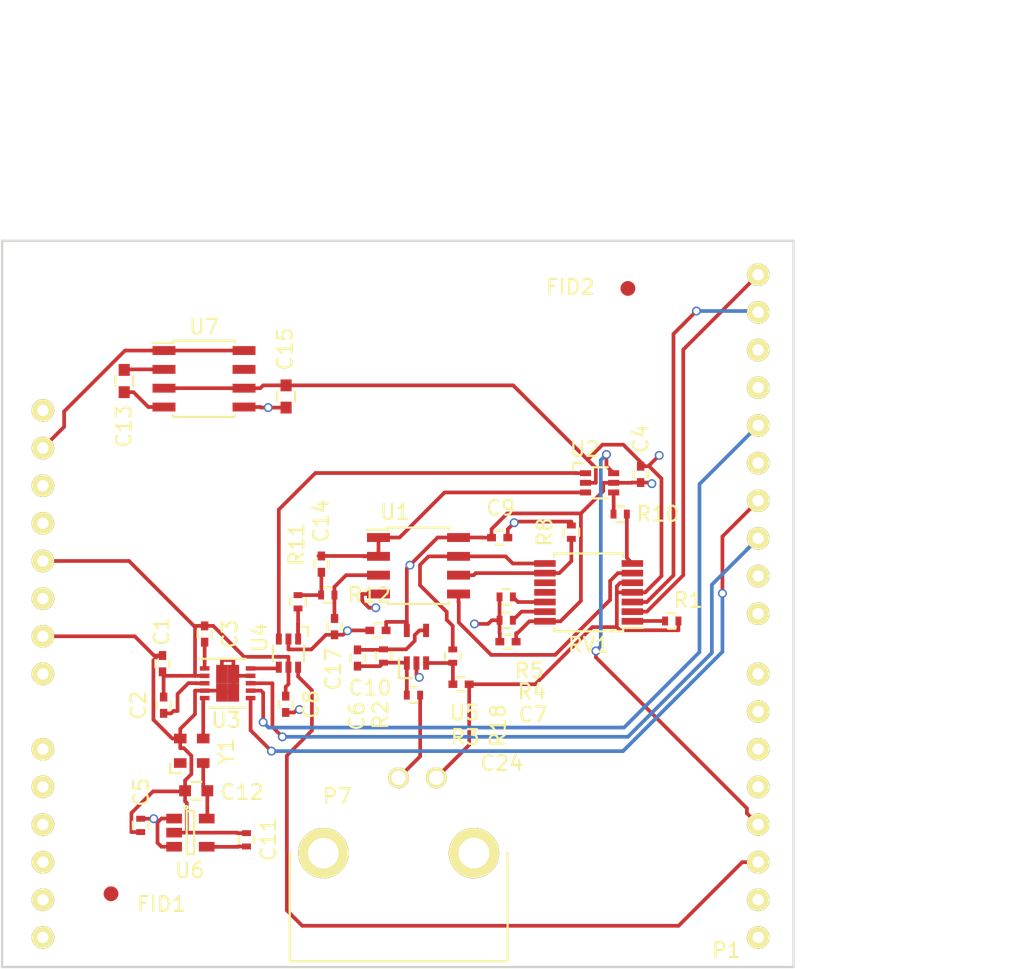
<source format=kicad_pcb>
(kicad_pcb (version 20171130) (host pcbnew "(5.1.12)-1")

  (general
    (thickness 1.6)
    (drawings 6)
    (tracks 419)
    (zones 0)
    (modules 40)
    (nets 59)
  )

  (page A4)
  (layers
    (0 F.Cu signal)
    (1 In1.Cu signal)
    (2 In2.Cu signal)
    (31 B.Cu mixed)
    (32 B.Adhes user)
    (33 F.Adhes user)
    (34 B.Paste user)
    (35 F.Paste user)
    (36 B.SilkS user)
    (37 F.SilkS user)
    (38 B.Mask user)
    (39 F.Mask user)
    (40 Dwgs.User user)
    (41 Cmts.User user)
    (42 Eco1.User user)
    (43 Eco2.User user)
    (44 Edge.Cuts user)
    (45 Margin user)
    (46 B.CrtYd user)
    (47 F.CrtYd user)
    (48 B.Fab user)
    (49 F.Fab user hide)
  )

  (setup
    (last_trace_width 0.25)
    (trace_clearance 0.2)
    (zone_clearance 0.508)
    (zone_45_only no)
    (trace_min 0.2)
    (via_size 0.6)
    (via_drill 0.4)
    (via_min_size 0.4)
    (via_min_drill 0.3)
    (uvia_size 0.3)
    (uvia_drill 0.1)
    (uvias_allowed no)
    (uvia_min_size 0.2)
    (uvia_min_drill 0.1)
    (edge_width 0.15)
    (segment_width 0.2)
    (pcb_text_width 0.3)
    (pcb_text_size 1.5 1.5)
    (mod_edge_width 0.15)
    (mod_text_size 1 1)
    (mod_text_width 0.15)
    (pad_size 1.524 1.524)
    (pad_drill 0.762)
    (pad_to_mask_clearance 0.2)
    (aux_axis_origin 126.0094 103.9876)
    (visible_elements 7FFFFFFF)
    (pcbplotparams
      (layerselection 0x00030_80000001)
      (usegerberextensions false)
      (usegerberattributes true)
      (usegerberadvancedattributes true)
      (creategerberjobfile true)
      (excludeedgelayer true)
      (linewidth 0.100000)
      (plotframeref false)
      (viasonmask false)
      (mode 1)
      (useauxorigin false)
      (hpglpennumber 1)
      (hpglpenspeed 20)
      (hpglpendiameter 15.000000)
      (psnegative false)
      (psa4output false)
      (plotreference true)
      (plotvalue true)
      (plotinvisibletext false)
      (padsonsilk false)
      (subtractmaskfromsilk false)
      (outputformat 1)
      (mirror false)
      (drillshape 1)
      (scaleselection 1)
      (outputdirectory ""))
  )

  (net 0 "")
  (net 1 "Net-(P1-Pad1)")
  (net 2 +5V)
  (net 3 RESET)
  (net 4 +3V3)
  (net 5 GND)
  (net 6 VIN)
  (net 7 SCL)
  (net 8 SDA)
  (net 9 SCLK)
  (net 10 MISO)
  (net 11 MOSI)
  (net 12 SS)
  (net 13 /PB5)
  (net 14 /PB4)
  (net 15 "Net-(C3-Pad2)")
  (net 16 "Net-(C2-Pad1)")
  (net 17 "Net-(U3-Pad5)")
  (net 18 OUT)
  (net 19 "Net-(R18-Pad2)")
  (net 20 "Net-(R8-Pad1)")
  (net 21 "Net-(RV1-Pad6)")
  (net 22 VEE)
  (net 23 Filtered)
  (net 24 "Net-(C17-Pad1)")
  (net 25 "Net-(P1-Pad2)")
  (net 26 "Net-(P1-Pad3)")
  (net 27 "Net-(P1-Pad4)")
  (net 28 "Net-(P1-Pad5)")
  (net 29 "Net-(P1-Pad6)")
  (net 30 "Net-(P1-Pad16)")
  (net 31 "Net-(P1-Pad19)")
  (net 32 "Net-(P1-Pad20)")
  (net 33 "Net-(P1-Pad21)")
  (net 34 "Net-(P1-Pad22)")
  (net 35 "Net-(P1-Pad14)")
  (net 36 "Net-(R1-Pad1)")
  (net 37 "Net-(R10-Pad1)")
  (net 38 "Net-(RV1-Pad10)")
  (net 39 "Net-(RV1-Pad11)")
  (net 40 "Net-(R5-Pad2)")
  (net 41 "Net-(R4-Pad2)")
  (net 42 "Net-(Y1-Pad1)")
  (net 43 "Net-(P7-Pad1)")
  (net 44 "Net-(C6-Pad1)")
  (net 45 "Net-(C24-Pad1)")
  (net 46 "Net-(C6-Pad2)")
  (net 47 "Net-(C14-Pad1)")
  (net 48 "Net-(R10-Pad2)")
  (net 49 SELECT_0)
  (net 50 SELECT_1)
  (net 51 Filter_IN)
  (net 52 Square)
  (net 53 "Net-(C11-Pad1)")
  (net 54 "Net-(C12-Pad1)")
  (net 55 "Net-(C13-Pad1)")
  (net 56 "Net-(C13-Pad2)")
  (net 57 "Net-(U7-Pad7)")
  (net 58 "Net-(P1-Pad15)")

  (net_class Default "This is the default net class."
    (clearance 0.2)
    (trace_width 0.25)
    (via_dia 0.6)
    (via_drill 0.4)
    (uvia_dia 0.3)
    (uvia_drill 0.1)
    (add_net +3V3)
    (add_net +5V)
    (add_net /PB4)
    (add_net /PB5)
    (add_net Filter_IN)
    (add_net Filtered)
    (add_net GND)
    (add_net MISO)
    (add_net MOSI)
    (add_net "Net-(C11-Pad1)")
    (add_net "Net-(C12-Pad1)")
    (add_net "Net-(C13-Pad1)")
    (add_net "Net-(C13-Pad2)")
    (add_net "Net-(C14-Pad1)")
    (add_net "Net-(C17-Pad1)")
    (add_net "Net-(C2-Pad1)")
    (add_net "Net-(C24-Pad1)")
    (add_net "Net-(C3-Pad2)")
    (add_net "Net-(C6-Pad1)")
    (add_net "Net-(C6-Pad2)")
    (add_net "Net-(P1-Pad1)")
    (add_net "Net-(P1-Pad14)")
    (add_net "Net-(P1-Pad15)")
    (add_net "Net-(P1-Pad16)")
    (add_net "Net-(P1-Pad19)")
    (add_net "Net-(P1-Pad2)")
    (add_net "Net-(P1-Pad20)")
    (add_net "Net-(P1-Pad21)")
    (add_net "Net-(P1-Pad22)")
    (add_net "Net-(P1-Pad3)")
    (add_net "Net-(P1-Pad4)")
    (add_net "Net-(P1-Pad5)")
    (add_net "Net-(P1-Pad6)")
    (add_net "Net-(P7-Pad1)")
    (add_net "Net-(R1-Pad1)")
    (add_net "Net-(R10-Pad1)")
    (add_net "Net-(R10-Pad2)")
    (add_net "Net-(R18-Pad2)")
    (add_net "Net-(R4-Pad2)")
    (add_net "Net-(R5-Pad2)")
    (add_net "Net-(R8-Pad1)")
    (add_net "Net-(RV1-Pad10)")
    (add_net "Net-(RV1-Pad11)")
    (add_net "Net-(RV1-Pad6)")
    (add_net "Net-(U3-Pad5)")
    (add_net "Net-(U7-Pad7)")
    (add_net "Net-(Y1-Pad1)")
    (add_net OUT)
    (add_net RESET)
    (add_net SCL)
    (add_net SCLK)
    (add_net SDA)
    (add_net SELECT_0)
    (add_net SELECT_1)
    (add_net SS)
    (add_net Square)
    (add_net VEE)
    (add_net VIN)
  )

  (module Housings_DFN_QFN:DFN-10-1EP_3x3mm_Pitch0.5mm (layer F.Cu) (tedit 54130A77) (tstamp 579C20E1)
    (at 141.218 84.8546)
    (descr "10-Lead Plastic Dual Flat, No Lead Package (MF) - 3x3x0.9 mm Body [DFN] (see Microchip Packaging Specification 00000049BS.pdf)")
    (tags "DFN 0.5")
    (path /57984E58)
    (attr smd)
    (fp_text reference U3 (at -0.09521 2.49595) (layer F.SilkS)
      (effects (font (size 1 1) (thickness 0.15)))
    )
    (fp_text value AD9837 (at 0 2.575) (layer F.Fab)
      (effects (font (size 1 1) (thickness 0.15)))
    )
    (fp_line (start -2.15 -1.85) (end -2.15 1.85) (layer F.CrtYd) (width 0.05))
    (fp_line (start 2.15 -1.85) (end 2.15 1.85) (layer F.CrtYd) (width 0.05))
    (fp_line (start -2.15 -1.85) (end 2.15 -1.85) (layer F.CrtYd) (width 0.05))
    (fp_line (start -2.15 1.85) (end 2.15 1.85) (layer F.CrtYd) (width 0.05))
    (fp_line (start -1.225 1.65) (end 1.225 1.65) (layer F.SilkS) (width 0.15))
    (fp_line (start -1.95 -1.65) (end 1.225 -1.65) (layer F.SilkS) (width 0.15))
    (pad 1 smd rect (at -1.55 -1) (size 0.65 0.3) (layers F.Cu F.Paste F.Mask)
      (net 15 "Net-(C3-Pad2)"))
    (pad 2 smd rect (at -1.55 -0.5) (size 0.65 0.3) (layers F.Cu F.Paste F.Mask)
      (net 2 +5V))
    (pad 3 smd rect (at -1.55 0) (size 0.65 0.3) (layers F.Cu F.Paste F.Mask)
      (net 16 "Net-(C2-Pad1)"))
    (pad 4 smd rect (at -1.55 0.5) (size 0.65 0.3) (layers F.Cu F.Paste F.Mask)
      (net 5 GND))
    (pad 5 smd rect (at -1.55 1) (size 0.65 0.3) (layers F.Cu F.Paste F.Mask)
      (net 17 "Net-(U3-Pad5)"))
    (pad 6 smd rect (at 1.55 1) (size 0.65 0.3) (layers F.Cu F.Paste F.Mask)
      (net 11 MOSI))
    (pad 7 smd rect (at 1.55 0.5) (size 0.65 0.3) (layers F.Cu F.Paste F.Mask)
      (net 9 SCLK))
    (pad 8 smd rect (at 1.55 0) (size 0.65 0.3) (layers F.Cu F.Paste F.Mask)
      (net 12 SS))
    (pad 9 smd rect (at 1.55 -0.5) (size 0.65 0.3) (layers F.Cu F.Paste F.Mask)
      (net 5 GND))
    (pad 10 smd rect (at 1.55 -1) (size 0.65 0.3) (layers F.Cu F.Paste F.Mask)
      (net 18 OUT))
    (pad 11 smd rect (at 0.3875 0.62) (size 0.775 1.24) (layers F.Cu F.Paste F.Mask)
      (net 5 GND) (solder_paste_margin_ratio -0.2))
    (pad 11 smd rect (at 0.3875 -0.62) (size 0.775 1.24) (layers F.Cu F.Paste F.Mask)
      (net 5 GND) (solder_paste_margin_ratio -0.2))
    (pad 11 smd rect (at -0.3875 0.62) (size 0.775 1.24) (layers F.Cu F.Paste F.Mask)
      (net 5 GND) (solder_paste_margin_ratio -0.2))
    (pad 11 smd rect (at -0.3875 -0.62) (size 0.775 1.24) (layers F.Cu F.Paste F.Mask)
      (net 5 GND) (solder_paste_margin_ratio -0.2))
    (model Housings_DFN_QFN.3dshapes/DFN-10-1EP_3x3mm_Pitch0.5mm.wrl
      (at (xyz 0 0 0))
      (scale (xyz 1 1 1))
      (rotate (xyz 0 0 0))
    )
  )

  (module Capacitors_SMD:C_0402 (layer F.Cu) (tedit 5415D599) (tstamp 579DFD25)
    (at 136.823 83.5332 90)
    (descr "Capacitor SMD 0402, reflow soldering, AVX (see smccp.pdf)")
    (tags "capacitor 0402")
    (path /579865D8)
    (attr smd)
    (fp_text reference C1 (at 2.1756 -0.0508 90) (layer F.SilkS)
      (effects (font (size 1 1) (thickness 0.15)))
    )
    (fp_text value C (at 0 1.7 90) (layer F.Fab)
      (effects (font (size 1 1) (thickness 0.15)))
    )
    (fp_line (start -1.15 -0.6) (end 1.15 -0.6) (layer F.CrtYd) (width 0.05))
    (fp_line (start -1.15 0.6) (end 1.15 0.6) (layer F.CrtYd) (width 0.05))
    (fp_line (start -1.15 -0.6) (end -1.15 0.6) (layer F.CrtYd) (width 0.05))
    (fp_line (start 1.15 -0.6) (end 1.15 0.6) (layer F.CrtYd) (width 0.05))
    (fp_line (start 0.25 -0.475) (end -0.25 -0.475) (layer F.SilkS) (width 0.15))
    (fp_line (start -0.25 0.475) (end 0.25 0.475) (layer F.SilkS) (width 0.15))
    (pad 1 smd rect (at -0.55 0 90) (size 0.6 0.5) (layers F.Cu F.Paste F.Mask)
      (net 2 +5V))
    (pad 2 smd rect (at 0.55 0 90) (size 0.6 0.5) (layers F.Cu F.Paste F.Mask)
      (net 5 GND))
    (model Capacitors_SMD.3dshapes/C_0402.wrl
      (at (xyz 0 0 0))
      (scale (xyz 1 1 1))
      (rotate (xyz 0 0 0))
    )
  )

  (module Housings_SOIC:SOIC-8_3.9x4.9mm_Pitch1.27mm (layer F.Cu) (tedit 54130A77) (tstamp 579C21F0)
    (at 154.095 76.9281)
    (descr "8-Lead Plastic Small Outline (SN) - Narrow, 3.90 mm Body [SOIC] (see Microchip Packaging Specification 00000049BS.pdf)")
    (tags "SOIC 1.27")
    (path /57957DD2)
    (attr smd)
    (fp_text reference U1 (at -1.59321 -3.62365) (layer F.SilkS)
      (effects (font (size 1 1) (thickness 0.15)))
    )
    (fp_text value opa2335 (at 0 3.5) (layer F.Fab)
      (effects (font (size 1 1) (thickness 0.15)))
    )
    (fp_line (start -3.75 -2.75) (end -3.75 2.75) (layer F.CrtYd) (width 0.05))
    (fp_line (start 3.75 -2.75) (end 3.75 2.75) (layer F.CrtYd) (width 0.05))
    (fp_line (start -3.75 -2.75) (end 3.75 -2.75) (layer F.CrtYd) (width 0.05))
    (fp_line (start -3.75 2.75) (end 3.75 2.75) (layer F.CrtYd) (width 0.05))
    (fp_line (start -2.075 -2.575) (end -2.075 -2.43) (layer F.SilkS) (width 0.15))
    (fp_line (start 2.075 -2.575) (end 2.075 -2.43) (layer F.SilkS) (width 0.15))
    (fp_line (start 2.075 2.575) (end 2.075 2.43) (layer F.SilkS) (width 0.15))
    (fp_line (start -2.075 2.575) (end -2.075 2.43) (layer F.SilkS) (width 0.15))
    (fp_line (start -2.075 -2.575) (end 2.075 -2.575) (layer F.SilkS) (width 0.15))
    (fp_line (start -2.075 2.575) (end 2.075 2.575) (layer F.SilkS) (width 0.15))
    (fp_line (start -2.075 -2.43) (end -3.475 -2.43) (layer F.SilkS) (width 0.15))
    (pad 1 smd rect (at -2.7 -1.905) (size 1.55 0.6) (layers F.Cu F.Paste F.Mask)
      (net 23 Filtered))
    (pad 2 smd rect (at -2.7 -0.635) (size 1.55 0.6) (layers F.Cu F.Paste F.Mask)
      (net 23 Filtered))
    (pad 3 smd rect (at -2.7 0.635) (size 1.55 0.6) (layers F.Cu F.Paste F.Mask)
      (net 24 "Net-(C17-Pad1)"))
    (pad 4 smd rect (at -2.7 1.905) (size 1.55 0.6) (layers F.Cu F.Paste F.Mask)
      (net 22 VEE))
    (pad 5 smd rect (at 2.7 1.905) (size 1.55 0.6) (layers F.Cu F.Paste F.Mask)
      (net 21 "Net-(RV1-Pad6)"))
    (pad 6 smd rect (at 2.7 0.635) (size 1.55 0.6) (layers F.Cu F.Paste F.Mask)
      (net 20 "Net-(R8-Pad1)"))
    (pad 7 smd rect (at 2.7 -0.635) (size 1.55 0.6) (layers F.Cu F.Paste F.Mask)
      (net 19 "Net-(R18-Pad2)"))
    (pad 8 smd rect (at 2.7 -1.905) (size 1.55 0.6) (layers F.Cu F.Paste F.Mask)
      (net 2 +5V))
    (model Housings_SOIC.3dshapes/SOIC-8_3.9x4.9mm_Pitch1.27mm.wrl
      (at (xyz 0 0 0))
      (scale (xyz 1 1 1))
      (rotate (xyz 0 0 0))
    )
  )

  (module Capacitors_SMD:C_0402 (layer F.Cu) (tedit 5415D599) (tstamp 579E0F4B)
    (at 147.542 76.8189 90)
    (descr "Capacitor SMD 0402, reflow soldering, AVX (see smccp.pdf)")
    (tags "capacitor 0402")
    (path /5781343D)
    (attr smd)
    (fp_text reference C14 (at 2.9122 -0.0254 90) (layer F.SilkS)
      (effects (font (size 1 1) (thickness 0.15)))
    )
    (fp_text value C (at 0 1.7 90) (layer F.Fab)
      (effects (font (size 1 1) (thickness 0.15)))
    )
    (fp_line (start -1.15 -0.6) (end 1.15 -0.6) (layer F.CrtYd) (width 0.05))
    (fp_line (start -1.15 0.6) (end 1.15 0.6) (layer F.CrtYd) (width 0.05))
    (fp_line (start -1.15 -0.6) (end -1.15 0.6) (layer F.CrtYd) (width 0.05))
    (fp_line (start 1.15 -0.6) (end 1.15 0.6) (layer F.CrtYd) (width 0.05))
    (fp_line (start 0.25 -0.475) (end -0.25 -0.475) (layer F.SilkS) (width 0.15))
    (fp_line (start -0.25 0.475) (end 0.25 0.475) (layer F.SilkS) (width 0.15))
    (pad 1 smd rect (at -0.55 0 90) (size 0.6 0.5) (layers F.Cu F.Paste F.Mask)
      (net 47 "Net-(C14-Pad1)"))
    (pad 2 smd rect (at 0.55 0 90) (size 0.6 0.5) (layers F.Cu F.Paste F.Mask)
      (net 23 Filtered))
    (model Capacitors_SMD.3dshapes/C_0402.wrl
      (at (xyz 0 0 0))
      (scale (xyz 1 1 1))
      (rotate (xyz 0 0 0))
    )
  )

  (module Resistors_SMD:R_0402 (layer F.Cu) (tedit 5415CBB8) (tstamp 579E0FAB)
    (at 147.973 78.9016 180)
    (descr "Resistor SMD 0402, reflow soldering, Vishay (see dcrcw.pdf)")
    (tags "resistor 0402")
    (path /578134E8)
    (attr smd)
    (fp_text reference R12 (at -2.8012 0 180) (layer F.SilkS)
      (effects (font (size 1 1) (thickness 0.15)))
    )
    (fp_text value R (at 0 1.8 180) (layer F.Fab)
      (effects (font (size 1 1) (thickness 0.15)))
    )
    (fp_line (start -0.95 -0.65) (end 0.95 -0.65) (layer F.CrtYd) (width 0.05))
    (fp_line (start -0.95 0.65) (end 0.95 0.65) (layer F.CrtYd) (width 0.05))
    (fp_line (start -0.95 -0.65) (end -0.95 0.65) (layer F.CrtYd) (width 0.05))
    (fp_line (start 0.95 -0.65) (end 0.95 0.65) (layer F.CrtYd) (width 0.05))
    (fp_line (start 0.25 -0.525) (end -0.25 -0.525) (layer F.SilkS) (width 0.15))
    (fp_line (start -0.25 0.525) (end 0.25 0.525) (layer F.SilkS) (width 0.15))
    (pad 1 smd rect (at -0.45 0 180) (size 0.4 0.6) (layers F.Cu F.Paste F.Mask)
      (net 24 "Net-(C17-Pad1)"))
    (pad 2 smd rect (at 0.45 0 180) (size 0.4 0.6) (layers F.Cu F.Paste F.Mask)
      (net 47 "Net-(C14-Pad1)"))
    (model Resistors_SMD.3dshapes/R_0402.wrl
      (at (xyz 0 0 0))
      (scale (xyz 1 1 1))
      (rotate (xyz 0 0 0))
    )
  )

  (module Resistors_SMD:R_0402 (layer F.Cu) (tedit 5415CBB8) (tstamp 579E0F9F)
    (at 145.967 79.3589 270)
    (descr "Resistor SMD 0402, reflow soldering, Vishay (see dcrcw.pdf)")
    (tags "resistor 0402")
    (path /57813544)
    (attr smd)
    (fp_text reference R11 (at -3.879 0.1016 270) (layer F.SilkS)
      (effects (font (size 1 1) (thickness 0.15)))
    )
    (fp_text value R (at 0 1.8 270) (layer F.Fab)
      (effects (font (size 1 1) (thickness 0.15)))
    )
    (fp_line (start -0.95 -0.65) (end 0.95 -0.65) (layer F.CrtYd) (width 0.05))
    (fp_line (start -0.95 0.65) (end 0.95 0.65) (layer F.CrtYd) (width 0.05))
    (fp_line (start -0.95 -0.65) (end -0.95 0.65) (layer F.CrtYd) (width 0.05))
    (fp_line (start 0.95 -0.65) (end 0.95 0.65) (layer F.CrtYd) (width 0.05))
    (fp_line (start 0.25 -0.525) (end -0.25 -0.525) (layer F.SilkS) (width 0.15))
    (fp_line (start -0.25 0.525) (end 0.25 0.525) (layer F.SilkS) (width 0.15))
    (pad 1 smd rect (at -0.45 0 270) (size 0.4 0.6) (layers F.Cu F.Paste F.Mask)
      (net 47 "Net-(C14-Pad1)"))
    (pad 2 smd rect (at 0.45 0 270) (size 0.4 0.6) (layers F.Cu F.Paste F.Mask)
      (net 51 Filter_IN))
    (model Resistors_SMD.3dshapes/R_0402.wrl
      (at (xyz 0 0 0))
      (scale (xyz 1 1 1))
      (rotate (xyz 0 0 0))
    )
  )

  (module Resistors_SMD:R_0402 (layer F.Cu) (tedit 5415CBB8) (tstamp 579DFC73)
    (at 135.35 94.4464 270)
    (descr "Resistor SMD 0402, reflow soldering, Vishay (see dcrcw.pdf)")
    (tags "resistor 0402")
    (path /5798A4B8)
    (attr smd)
    (fp_text reference C5 (at -2.24445 -0.03239 270) (layer F.SilkS)
      (effects (font (size 1 1) (thickness 0.15)))
    )
    (fp_text value 1uF (at 0 1.8 270) (layer F.Fab)
      (effects (font (size 1 1) (thickness 0.15)))
    )
    (fp_line (start -0.95 -0.65) (end 0.95 -0.65) (layer F.CrtYd) (width 0.05))
    (fp_line (start -0.95 0.65) (end 0.95 0.65) (layer F.CrtYd) (width 0.05))
    (fp_line (start -0.95 -0.65) (end -0.95 0.65) (layer F.CrtYd) (width 0.05))
    (fp_line (start 0.95 -0.65) (end 0.95 0.65) (layer F.CrtYd) (width 0.05))
    (fp_line (start 0.25 -0.525) (end -0.25 -0.525) (layer F.SilkS) (width 0.15))
    (fp_line (start -0.25 0.525) (end 0.25 0.525) (layer F.SilkS) (width 0.15))
    (pad 1 smd rect (at -0.45 0 270) (size 0.4 0.6) (layers F.Cu F.Paste F.Mask)
      (net 2 +5V))
    (pad 2 smd rect (at 0.45 0 270) (size 0.4 0.6) (layers F.Cu F.Paste F.Mask)
      (net 5 GND))
    (model Resistors_SMD.3dshapes/R_0402.wrl
      (at (xyz 0 0 0))
      (scale (xyz 1 1 1))
      (rotate (xyz 0 0 0))
    )
  )

  (module Capacitors_SMD:C_0402 (layer F.Cu) (tedit 5415D599) (tstamp 579FDE06)
    (at 159.572 75.0316)
    (descr "Capacitor SMD 0402, reflow soldering, AVX (see smccp.pdf)")
    (tags "capacitor 0402")
    (path /57A09CDF)
    (attr smd)
    (fp_text reference C9 (at 0.0674 -2.0066) (layer F.SilkS)
      (effects (font (size 1 1) (thickness 0.15)))
    )
    (fp_text value 0.01uF (at 0 1.7) (layer F.Fab)
      (effects (font (size 1 1) (thickness 0.15)))
    )
    (fp_line (start -1.15 -0.6) (end 1.15 -0.6) (layer F.CrtYd) (width 0.05))
    (fp_line (start -1.15 0.6) (end 1.15 0.6) (layer F.CrtYd) (width 0.05))
    (fp_line (start -1.15 -0.6) (end -1.15 0.6) (layer F.CrtYd) (width 0.05))
    (fp_line (start 1.15 -0.6) (end 1.15 0.6) (layer F.CrtYd) (width 0.05))
    (fp_line (start 0.25 -0.475) (end -0.25 -0.475) (layer F.SilkS) (width 0.15))
    (fp_line (start -0.25 0.475) (end 0.25 0.475) (layer F.SilkS) (width 0.15))
    (pad 1 smd rect (at -0.55 0) (size 0.6 0.5) (layers F.Cu F.Paste F.Mask)
      (net 2 +5V))
    (pad 2 smd rect (at 0.55 0) (size 0.6 0.5) (layers F.Cu F.Paste F.Mask)
      (net 5 GND))
    (model Capacitors_SMD.3dshapes/C_0402.wrl
      (at (xyz 0 0 0))
      (scale (xyz 1 1 1))
      (rotate (xyz 0 0 0))
    )
  )

  (module Housings_SSOP:TSSOP-14_4.4x5mm_Pitch0.65mm (layer F.Cu) (tedit 54130A77) (tstamp 579DF8C8)
    (at 165.576 78.7239 180)
    (descr "14-Lead Plastic Thin Shrink Small Outline (ST)-4.4 mm Body [TSSOP] (see Microchip Packaging Specification 00000049BS.pdf)")
    (tags "SSOP 0.65")
    (path /57980713)
    (attr smd)
    (fp_text reference RV1 (at 0 -3.55 180) (layer F.SilkS)
      (effects (font (size 1 1) (thickness 0.15)))
    )
    (fp_text value MCP4651 (at 0 3.55 180) (layer F.Fab)
      (effects (font (size 1 1) (thickness 0.15)))
    )
    (fp_line (start -3.95 -2.8) (end -3.95 2.8) (layer F.CrtYd) (width 0.05))
    (fp_line (start 3.95 -2.8) (end 3.95 2.8) (layer F.CrtYd) (width 0.05))
    (fp_line (start -3.95 -2.8) (end 3.95 -2.8) (layer F.CrtYd) (width 0.05))
    (fp_line (start -3.95 2.8) (end 3.95 2.8) (layer F.CrtYd) (width 0.05))
    (fp_line (start -2.325 -2.625) (end -2.325 -2.4) (layer F.SilkS) (width 0.15))
    (fp_line (start 2.325 -2.625) (end 2.325 -2.4) (layer F.SilkS) (width 0.15))
    (fp_line (start 2.325 2.625) (end 2.325 2.4) (layer F.SilkS) (width 0.15))
    (fp_line (start -2.325 2.625) (end -2.325 2.4) (layer F.SilkS) (width 0.15))
    (fp_line (start -2.325 -2.625) (end 2.325 -2.625) (layer F.SilkS) (width 0.15))
    (fp_line (start -2.325 2.625) (end 2.325 2.625) (layer F.SilkS) (width 0.15))
    (fp_line (start -2.325 -2.4) (end -3.675 -2.4) (layer F.SilkS) (width 0.15))
    (pad 1 smd rect (at -2.95 -1.95 180) (size 1.45 0.45) (layers F.Cu F.Paste F.Mask)
      (net 36 "Net-(R1-Pad1)"))
    (pad 2 smd rect (at -2.95 -1.3 180) (size 1.45 0.45) (layers F.Cu F.Paste F.Mask)
      (net 7 SCL))
    (pad 3 smd rect (at -2.95 -0.65 180) (size 1.45 0.45) (layers F.Cu F.Paste F.Mask)
      (net 8 SDA))
    (pad 4 smd rect (at -2.95 0 180) (size 1.45 0.45) (layers F.Cu F.Paste F.Mask)
      (net 5 GND))
    (pad 5 smd rect (at -2.95 0.65 180) (size 1.45 0.45) (layers F.Cu F.Paste F.Mask)
      (net 5 GND))
    (pad 6 smd rect (at -2.95 1.3 180) (size 1.45 0.45) (layers F.Cu F.Paste F.Mask)
      (net 21 "Net-(RV1-Pad6)"))
    (pad 7 smd rect (at -2.95 1.95 180) (size 1.45 0.45) (layers F.Cu F.Paste F.Mask)
      (net 37 "Net-(R10-Pad1)"))
    (pad 8 smd rect (at 2.95 1.95 180) (size 1.45 0.45) (layers F.Cu F.Paste F.Mask)
      (net 19 "Net-(R18-Pad2)"))
    (pad 9 smd rect (at 2.95 1.3 180) (size 1.45 0.45) (layers F.Cu F.Paste F.Mask)
      (net 20 "Net-(R8-Pad1)"))
    (pad 10 smd rect (at 2.95 0.65 180) (size 1.45 0.45) (layers F.Cu F.Paste F.Mask)
      (net 38 "Net-(RV1-Pad10)"))
    (pad 11 smd rect (at 2.95 0 180) (size 1.45 0.45) (layers F.Cu F.Paste F.Mask)
      (net 39 "Net-(RV1-Pad11)"))
    (pad 12 smd rect (at 2.95 -0.65 180) (size 1.45 0.45) (layers F.Cu F.Paste F.Mask)
      (net 40 "Net-(R5-Pad2)"))
    (pad 13 smd rect (at 2.95 -1.3 180) (size 1.45 0.45) (layers F.Cu F.Paste F.Mask)
      (net 41 "Net-(R4-Pad2)"))
    (pad 14 smd rect (at 2.95 -1.95 180) (size 1.45 0.45) (layers F.Cu F.Paste F.Mask)
      (net 2 +5V))
    (model Housings_SSOP.3dshapes/TSSOP-14_4.4x5mm_Pitch0.65mm.wrl
      (at (xyz 0 0 0))
      (scale (xyz 1 1 1))
      (rotate (xyz 0 0 0))
    )
  )

  (module Capacitors_SMD:C_0402 (layer F.Cu) (tedit 5415D599) (tstamp 579DFC7F)
    (at 160.131 82.0512 180)
    (descr "Capacitor SMD 0402, reflow soldering, AVX (see smccp.pdf)")
    (tags "capacitor 0402")
    (path /57981FD5)
    (attr smd)
    (fp_text reference C7 (at -1.69219 -4.91835 180) (layer F.SilkS)
      (effects (font (size 1 1) (thickness 0.15)))
    )
    (fp_text value 0.1uF (at 0 1.7 180) (layer F.Fab)
      (effects (font (size 1 1) (thickness 0.15)))
    )
    (fp_line (start -1.15 -0.6) (end 1.15 -0.6) (layer F.CrtYd) (width 0.05))
    (fp_line (start -1.15 0.6) (end 1.15 0.6) (layer F.CrtYd) (width 0.05))
    (fp_line (start -1.15 -0.6) (end -1.15 0.6) (layer F.CrtYd) (width 0.05))
    (fp_line (start 1.15 -0.6) (end 1.15 0.6) (layer F.CrtYd) (width 0.05))
    (fp_line (start 0.25 -0.475) (end -0.25 -0.475) (layer F.SilkS) (width 0.15))
    (fp_line (start -0.25 0.475) (end 0.25 0.475) (layer F.SilkS) (width 0.15))
    (pad 1 smd rect (at -0.55 0 180) (size 0.6 0.5) (layers F.Cu F.Paste F.Mask)
      (net 2 +5V))
    (pad 2 smd rect (at 0.55 0 180) (size 0.6 0.5) (layers F.Cu F.Paste F.Mask)
      (net 5 GND))
    (model Capacitors_SMD.3dshapes/C_0402.wrl
      (at (xyz 0 0 0))
      (scale (xyz 1 1 1))
      (rotate (xyz 0 0 0))
    )
  )

  (module Resistors_SMD:R_0402 (layer F.Cu) (tedit 5415CBB8) (tstamp 579DFC8B)
    (at 171.182 80.6542)
    (descr "Resistor SMD 0402, reflow soldering, Vishay (see dcrcw.pdf)")
    (tags "resistor 0402")
    (path /57981389)
    (attr smd)
    (fp_text reference R1 (at 1.10639 -1.40625) (layer F.SilkS)
      (effects (font (size 1 1) (thickness 0.15)))
    )
    (fp_text value 0 (at 0 1.8) (layer F.Fab)
      (effects (font (size 1 1) (thickness 0.15)))
    )
    (fp_line (start -0.95 -0.65) (end 0.95 -0.65) (layer F.CrtYd) (width 0.05))
    (fp_line (start -0.95 0.65) (end 0.95 0.65) (layer F.CrtYd) (width 0.05))
    (fp_line (start -0.95 -0.65) (end -0.95 0.65) (layer F.CrtYd) (width 0.05))
    (fp_line (start 0.95 -0.65) (end 0.95 0.65) (layer F.CrtYd) (width 0.05))
    (fp_line (start 0.25 -0.525) (end -0.25 -0.525) (layer F.SilkS) (width 0.15))
    (fp_line (start -0.25 0.525) (end 0.25 0.525) (layer F.SilkS) (width 0.15))
    (pad 1 smd rect (at -0.45 0) (size 0.4 0.6) (layers F.Cu F.Paste F.Mask)
      (net 36 "Net-(R1-Pad1)"))
    (pad 2 smd rect (at 0.45 0) (size 0.4 0.6) (layers F.Cu F.Paste F.Mask)
      (net 5 GND))
    (model Resistors_SMD.3dshapes/R_0402.wrl
      (at (xyz 0 0 0))
      (scale (xyz 1 1 1))
      (rotate (xyz 0 0 0))
    )
  )

  (module Resistors_SMD:R_0402 (layer F.Cu) (tedit 5415CBB8) (tstamp 579DFC97)
    (at 160.013 80.6034)
    (descr "Resistor SMD 0402, reflow soldering, Vishay (see dcrcw.pdf)")
    (tags "resistor 0402")
    (path /5798169F)
    (attr smd)
    (fp_text reference R4 (at 1.73419 4.81675) (layer F.SilkS)
      (effects (font (size 1 1) (thickness 0.15)))
    )
    (fp_text value 0 (at 0 1.8) (layer F.Fab)
      (effects (font (size 1 1) (thickness 0.15)))
    )
    (fp_line (start -0.95 -0.65) (end 0.95 -0.65) (layer F.CrtYd) (width 0.05))
    (fp_line (start -0.95 0.65) (end 0.95 0.65) (layer F.CrtYd) (width 0.05))
    (fp_line (start -0.95 -0.65) (end -0.95 0.65) (layer F.CrtYd) (width 0.05))
    (fp_line (start 0.95 -0.65) (end 0.95 0.65) (layer F.CrtYd) (width 0.05))
    (fp_line (start 0.25 -0.525) (end -0.25 -0.525) (layer F.SilkS) (width 0.15))
    (fp_line (start -0.25 0.525) (end 0.25 0.525) (layer F.SilkS) (width 0.15))
    (pad 1 smd rect (at -0.45 0) (size 0.4 0.6) (layers F.Cu F.Paste F.Mask)
      (net 5 GND))
    (pad 2 smd rect (at 0.45 0) (size 0.4 0.6) (layers F.Cu F.Paste F.Mask)
      (net 41 "Net-(R4-Pad2)"))
    (model Resistors_SMD.3dshapes/R_0402.wrl
      (at (xyz 0 0 0))
      (scale (xyz 1 1 1))
      (rotate (xyz 0 0 0))
    )
  )

  (module Resistors_SMD:R_0402 (layer F.Cu) (tedit 5415CBB8) (tstamp 579DFCA3)
    (at 160.013 79.0286)
    (descr "Resistor SMD 0402, reflow soldering, Vishay (see dcrcw.pdf)")
    (tags "resistor 0402")
    (path /5798171C)
    (attr smd)
    (fp_text reference R5 (at 1.55639 4.96915) (layer F.SilkS)
      (effects (font (size 1 1) (thickness 0.15)))
    )
    (fp_text value 0 (at 0 1.8) (layer F.Fab)
      (effects (font (size 1 1) (thickness 0.15)))
    )
    (fp_line (start -0.95 -0.65) (end 0.95 -0.65) (layer F.CrtYd) (width 0.05))
    (fp_line (start -0.95 0.65) (end 0.95 0.65) (layer F.CrtYd) (width 0.05))
    (fp_line (start -0.95 -0.65) (end -0.95 0.65) (layer F.CrtYd) (width 0.05))
    (fp_line (start 0.95 -0.65) (end 0.95 0.65) (layer F.CrtYd) (width 0.05))
    (fp_line (start 0.25 -0.525) (end -0.25 -0.525) (layer F.SilkS) (width 0.15))
    (fp_line (start -0.25 0.525) (end 0.25 0.525) (layer F.SilkS) (width 0.15))
    (pad 1 smd rect (at -0.45 0) (size 0.4 0.6) (layers F.Cu F.Paste F.Mask)
      (net 5 GND))
    (pad 2 smd rect (at 0.45 0) (size 0.4 0.6) (layers F.Cu F.Paste F.Mask)
      (net 40 "Net-(R5-Pad2)"))
    (model Resistors_SMD.3dshapes/R_0402.wrl
      (at (xyz 0 0 0))
      (scale (xyz 1 1 1))
      (rotate (xyz 0 0 0))
    )
  )

  (module Capacitors_SMD:C_0402 (layer F.Cu) (tedit 5415D599) (tstamp 579DFD31)
    (at 136.899 86.3351 90)
    (descr "Capacitor SMD 0402, reflow soldering, AVX (see smccp.pdf)")
    (tags "capacitor 0402")
    (path /57986487)
    (attr smd)
    (fp_text reference C2 (at 0 -1.7 90) (layer F.SilkS)
      (effects (font (size 1 1) (thickness 0.15)))
    )
    (fp_text value C (at 0 1.7 90) (layer F.Fab)
      (effects (font (size 1 1) (thickness 0.15)))
    )
    (fp_line (start -1.15 -0.6) (end 1.15 -0.6) (layer F.CrtYd) (width 0.05))
    (fp_line (start -1.15 0.6) (end 1.15 0.6) (layer F.CrtYd) (width 0.05))
    (fp_line (start -1.15 -0.6) (end -1.15 0.6) (layer F.CrtYd) (width 0.05))
    (fp_line (start 1.15 -0.6) (end 1.15 0.6) (layer F.CrtYd) (width 0.05))
    (fp_line (start 0.25 -0.475) (end -0.25 -0.475) (layer F.SilkS) (width 0.15))
    (fp_line (start -0.25 0.475) (end 0.25 0.475) (layer F.SilkS) (width 0.15))
    (pad 1 smd rect (at -0.55 0 90) (size 0.6 0.5) (layers F.Cu F.Paste F.Mask)
      (net 16 "Net-(C2-Pad1)"))
    (pad 2 smd rect (at 0.55 0 90) (size 0.6 0.5) (layers F.Cu F.Paste F.Mask)
      (net 2 +5V))
    (model Capacitors_SMD.3dshapes/C_0402.wrl
      (at (xyz 0 0 0))
      (scale (xyz 1 1 1))
      (rotate (xyz 0 0 0))
    )
  )

  (module Capacitors_SMD:C_0402 (layer F.Cu) (tedit 5415D599) (tstamp 579DFD3D)
    (at 139.668 81.5344 270)
    (descr "Capacitor SMD 0402, reflow soldering, AVX (see smccp.pdf)")
    (tags "capacitor 0402")
    (path /57986645)
    (attr smd)
    (fp_text reference C3 (at 0 -1.7 270) (layer F.SilkS)
      (effects (font (size 1 1) (thickness 0.15)))
    )
    (fp_text value C (at 0 1.7 270) (layer F.Fab)
      (effects (font (size 1 1) (thickness 0.15)))
    )
    (fp_line (start -1.15 -0.6) (end 1.15 -0.6) (layer F.CrtYd) (width 0.05))
    (fp_line (start -1.15 0.6) (end 1.15 0.6) (layer F.CrtYd) (width 0.05))
    (fp_line (start -1.15 -0.6) (end -1.15 0.6) (layer F.CrtYd) (width 0.05))
    (fp_line (start 1.15 -0.6) (end 1.15 0.6) (layer F.CrtYd) (width 0.05))
    (fp_line (start 0.25 -0.475) (end -0.25 -0.475) (layer F.SilkS) (width 0.15))
    (fp_line (start -0.25 0.475) (end 0.25 0.475) (layer F.SilkS) (width 0.15))
    (pad 1 smd rect (at -0.55 0 270) (size 0.6 0.5) (layers F.Cu F.Paste F.Mask)
      (net 2 +5V))
    (pad 2 smd rect (at 0.55 0 270) (size 0.6 0.5) (layers F.Cu F.Paste F.Mask)
      (net 15 "Net-(C3-Pad2)"))
    (model Capacitors_SMD.3dshapes/C_0402.wrl
      (at (xyz 0 0 0))
      (scale (xyz 1 1 1))
      (rotate (xyz 0 0 0))
    )
  )

  (module Doug_Library:Arduino (layer F.Cu) (tedit 579CC42C) (tstamp 579DFD61)
    (at 152.883 102.006)
    (path /579CE00E)
    (fp_text reference P1 (at 21.9964 0.8636) (layer F.SilkS)
      (effects (font (size 1 1) (thickness 0.15)))
    )
    (fp_text value Arduino (at 0 -0.5) (layer F.Fab)
      (effects (font (size 1 1) (thickness 0.15)))
    )
    (pad 1 thru_hole circle (at -24.13 0) (size 1.524 1.524) (drill 0.762) (layers *.Cu *.Mask F.SilkS)
      (net 1 "Net-(P1-Pad1)"))
    (pad 2 thru_hole circle (at -24.13 -2.54) (size 1.524 1.524) (drill 0.762) (layers *.Cu *.Mask F.SilkS)
      (net 25 "Net-(P1-Pad2)"))
    (pad 3 thru_hole circle (at -24.13 -5.08) (size 1.524 1.524) (drill 0.762) (layers *.Cu *.Mask F.SilkS)
      (net 26 "Net-(P1-Pad3)"))
    (pad 4 thru_hole circle (at -24.13 -7.62) (size 1.524 1.524) (drill 0.762) (layers *.Cu *.Mask F.SilkS)
      (net 27 "Net-(P1-Pad4)"))
    (pad 5 thru_hole circle (at -24.13 -10.16) (size 1.524 1.524) (drill 0.762) (layers *.Cu *.Mask F.SilkS)
      (net 28 "Net-(P1-Pad5)"))
    (pad 6 thru_hole circle (at -24.13 -12.7) (size 1.524 1.524) (drill 0.762) (layers *.Cu *.Mask F.SilkS)
      (net 29 "Net-(P1-Pad6)"))
    (pad 7 thru_hole circle (at -24.13 -17.78) (size 1.524 1.524) (drill 0.762) (layers *.Cu *.Mask F.SilkS)
      (net 6 VIN))
    (pad 8 thru_hole circle (at -24.13 -20.32) (size 1.524 1.524) (drill 0.762) (layers *.Cu *.Mask F.SilkS)
      (net 5 GND))
    (pad 9 thru_hole circle (at -24.13 -22.86) (size 1.524 1.524) (drill 0.762) (layers *.Cu *.Mask F.SilkS)
      (net 5 GND))
    (pad 10 thru_hole circle (at -24.13 -25.4) (size 1.524 1.524) (drill 0.762) (layers *.Cu *.Mask F.SilkS)
      (net 2 +5V))
    (pad 11 thru_hole circle (at -24.13 -27.94) (size 1.524 1.524) (drill 0.762) (layers *.Cu *.Mask F.SilkS)
      (net 4 +3V3))
    (pad 12 thru_hole circle (at -24.13 -30.48) (size 1.524 1.524) (drill 0.762) (layers *.Cu *.Mask F.SilkS)
      (net 3 RESET))
    (pad 15 thru_hole circle (at 24.13 0) (size 1.524 1.524) (drill 0.762) (layers *.Cu *.Mask F.SilkS)
      (net 58 "Net-(P1-Pad15)"))
    (pad 16 thru_hole circle (at 24.13 -2.54) (size 1.524 1.524) (drill 0.762) (layers *.Cu *.Mask F.SilkS)
      (net 30 "Net-(P1-Pad16)"))
    (pad 17 thru_hole circle (at 24.13 -5.08) (size 1.524 1.524) (drill 0.762) (layers *.Cu *.Mask F.SilkS)
      (net 49 SELECT_0))
    (pad 18 thru_hole circle (at 24.13 -7.62) (size 1.524 1.524) (drill 0.762) (layers *.Cu *.Mask F.SilkS)
      (net 50 SELECT_1))
    (pad 19 thru_hole circle (at 24.13 -10.16) (size 1.524 1.524) (drill 0.762) (layers *.Cu *.Mask F.SilkS)
      (net 31 "Net-(P1-Pad19)"))
    (pad 20 thru_hole circle (at 24.13 -12.7) (size 1.524 1.524) (drill 0.762) (layers *.Cu *.Mask F.SilkS)
      (net 32 "Net-(P1-Pad20)"))
    (pad 21 thru_hole circle (at 24.13 -15.24) (size 1.524 1.524) (drill 0.762) (layers *.Cu *.Mask F.SilkS)
      (net 33 "Net-(P1-Pad21)"))
    (pad 22 thru_hole circle (at 24.13 -17.78) (size 1.524 1.524) (drill 0.762) (layers *.Cu *.Mask F.SilkS)
      (net 34 "Net-(P1-Pad22)"))
    (pad 23 thru_hole circle (at 24.13 -21.844) (size 1.524 1.524) (drill 0.762) (layers *.Cu *.Mask F.SilkS)
      (net 14 /PB4))
    (pad 24 thru_hole circle (at 24.13 -24.384) (size 1.524 1.524) (drill 0.762) (layers *.Cu *.Mask F.SilkS)
      (net 13 /PB5))
    (pad 25 thru_hole circle (at 24.13 -26.924) (size 1.524 1.524) (drill 0.762) (layers *.Cu *.Mask F.SilkS)
      (net 12 SS))
    (pad 26 thru_hole circle (at 24.13 -29.464) (size 1.524 1.524) (drill 0.762) (layers *.Cu *.Mask F.SilkS)
      (net 11 MOSI))
    (pad 27 thru_hole circle (at 24.13 -32.004) (size 1.524 1.524) (drill 0.762) (layers *.Cu *.Mask F.SilkS)
      (net 10 MISO))
    (pad 28 thru_hole circle (at 24.13 -34.544) (size 1.524 1.524) (drill 0.762) (layers *.Cu *.Mask F.SilkS)
      (net 9 SCLK))
    (pad 29 thru_hole circle (at 24.13 -37.094) (size 1.524 1.524) (drill 0.762) (layers *.Cu *.Mask F.SilkS)
      (net 5 GND))
    (pad 30 thru_hole circle (at 24.13 -39.634) (size 1.524 1.524) (drill 0.762) (layers *.Cu *.Mask F.SilkS)
      (net 2 +5V))
    (pad 13 thru_hole circle (at -24.13 -33.02) (size 1.524 1.524) (drill 0.762) (layers *.Cu *.Mask F.SilkS)
      (net 2 +5V))
    (pad 14 thru_hole circle (at -24.13 -35.56) (size 1.524 1.524) (drill 0.762) (layers *.Cu *.Mask F.SilkS)
      (net 35 "Net-(P1-Pad14)"))
    (pad 31 thru_hole circle (at 24.13 -42.174) (size 1.524 1.524) (drill 0.762) (layers *.Cu *.Mask F.SilkS)
      (net 8 SDA))
    (pad 32 thru_hole circle (at 24.13 -44.714) (size 1.524 1.524) (drill 0.762) (layers *.Cu *.Mask F.SilkS)
      (net 7 SCL))
  )

  (module Capacitors_SMD:C_0402 (layer F.Cu) (tedit 5415D599) (tstamp 579E0F33)
    (at 169.081 70.7649 90)
    (descr "Capacitor SMD 0402, reflow soldering, AVX (see smccp.pdf)")
    (tags "capacitor 0402")
    (path /57997721)
    (attr smd)
    (fp_text reference C4 (at 2.41345 0.00699 90) (layer F.SilkS)
      (effects (font (size 1 1) (thickness 0.15)))
    )
    (fp_text value 0.01uF (at 0 1.7 90) (layer F.Fab)
      (effects (font (size 1 1) (thickness 0.15)))
    )
    (fp_line (start -1.15 -0.6) (end 1.15 -0.6) (layer F.CrtYd) (width 0.05))
    (fp_line (start -1.15 0.6) (end 1.15 0.6) (layer F.CrtYd) (width 0.05))
    (fp_line (start -1.15 -0.6) (end -1.15 0.6) (layer F.CrtYd) (width 0.05))
    (fp_line (start 1.15 -0.6) (end 1.15 0.6) (layer F.CrtYd) (width 0.05))
    (fp_line (start 0.25 -0.475) (end -0.25 -0.475) (layer F.SilkS) (width 0.15))
    (fp_line (start -0.25 0.475) (end 0.25 0.475) (layer F.SilkS) (width 0.15))
    (pad 1 smd rect (at -0.55 0 90) (size 0.6 0.5) (layers F.Cu F.Paste F.Mask)
      (net 2 +5V))
    (pad 2 smd rect (at 0.55 0 90) (size 0.6 0.5) (layers F.Cu F.Paste F.Mask)
      (net 5 GND))
    (model Capacitors_SMD.3dshapes/C_0402.wrl
      (at (xyz 0 0 0))
      (scale (xyz 1 1 1))
      (rotate (xyz 0 0 0))
    )
  )

  (module Capacitors_SMD:C_0402 (layer F.Cu) (tedit 5415D599) (tstamp 579E0F3F)
    (at 149.98 83.1522 90)
    (descr "Capacitor SMD 0402, reflow soldering, AVX (see smccp.pdf)")
    (tags "capacitor 0402")
    (path /5781B54D)
    (attr smd)
    (fp_text reference C6 (at -3.91895 -0.04381 90) (layer F.SilkS)
      (effects (font (size 1 1) (thickness 0.15)))
    )
    (fp_text value C (at 0 1.7 90) (layer F.Fab)
      (effects (font (size 1 1) (thickness 0.15)))
    )
    (fp_line (start -1.15 -0.6) (end 1.15 -0.6) (layer F.CrtYd) (width 0.05))
    (fp_line (start -1.15 0.6) (end 1.15 0.6) (layer F.CrtYd) (width 0.05))
    (fp_line (start -1.15 -0.6) (end -1.15 0.6) (layer F.CrtYd) (width 0.05))
    (fp_line (start 1.15 -0.6) (end 1.15 0.6) (layer F.CrtYd) (width 0.05))
    (fp_line (start 0.25 -0.475) (end -0.25 -0.475) (layer F.SilkS) (width 0.15))
    (fp_line (start -0.25 0.475) (end 0.25 0.475) (layer F.SilkS) (width 0.15))
    (pad 1 smd rect (at -0.55 0 90) (size 0.6 0.5) (layers F.Cu F.Paste F.Mask)
      (net 44 "Net-(C6-Pad1)"))
    (pad 2 smd rect (at 0.55 0 90) (size 0.6 0.5) (layers F.Cu F.Paste F.Mask)
      (net 46 "Net-(C6-Pad2)"))
    (model Capacitors_SMD.3dshapes/C_0402.wrl
      (at (xyz 0 0 0))
      (scale (xyz 1 1 1))
      (rotate (xyz 0 0 0))
    )
  )

  (module Capacitors_SMD:C_0402 (layer F.Cu) (tedit 5415D599) (tstamp 579E0F57)
    (at 148.431 81.0352 270)
    (descr "Capacitor SMD 0402, reflow soldering, AVX (see smccp.pdf)")
    (tags "capacitor 0402")
    (path /5781340B)
    (attr smd)
    (fp_text reference C17 (at 2.86095 0.09461 270) (layer F.SilkS)
      (effects (font (size 1 1) (thickness 0.15)))
    )
    (fp_text value C (at 0 1.7 270) (layer F.Fab)
      (effects (font (size 1 1) (thickness 0.15)))
    )
    (fp_line (start -1.15 -0.6) (end 1.15 -0.6) (layer F.CrtYd) (width 0.05))
    (fp_line (start -1.15 0.6) (end 1.15 0.6) (layer F.CrtYd) (width 0.05))
    (fp_line (start -1.15 -0.6) (end -1.15 0.6) (layer F.CrtYd) (width 0.05))
    (fp_line (start 1.15 -0.6) (end 1.15 0.6) (layer F.CrtYd) (width 0.05))
    (fp_line (start 0.25 -0.475) (end -0.25 -0.475) (layer F.SilkS) (width 0.15))
    (fp_line (start -0.25 0.475) (end 0.25 0.475) (layer F.SilkS) (width 0.15))
    (pad 1 smd rect (at -0.55 0 270) (size 0.6 0.5) (layers F.Cu F.Paste F.Mask)
      (net 24 "Net-(C17-Pad1)"))
    (pad 2 smd rect (at 0.55 0 270) (size 0.6 0.5) (layers F.Cu F.Paste F.Mask)
      (net 5 GND))
    (model Capacitors_SMD.3dshapes/C_0402.wrl
      (at (xyz 0 0 0))
      (scale (xyz 1 1 1))
      (rotate (xyz 0 0 0))
    )
  )

  (module Capacitors_SMD:C_0402 (layer F.Cu) (tedit 5415D599) (tstamp 579E0F63)
    (at 156.965 84.9214)
    (descr "Capacitor SMD 0402, reflow soldering, AVX (see smccp.pdf)")
    (tags "capacitor 0402")
    (path /57818A69)
    (attr smd)
    (fp_text reference C24 (at 2.75019 5.32475) (layer F.SilkS)
      (effects (font (size 1 1) (thickness 0.15)))
    )
    (fp_text value C (at 0 1.7) (layer F.Fab)
      (effects (font (size 1 1) (thickness 0.15)))
    )
    (fp_line (start -1.15 -0.6) (end 1.15 -0.6) (layer F.CrtYd) (width 0.05))
    (fp_line (start -1.15 0.6) (end 1.15 0.6) (layer F.CrtYd) (width 0.05))
    (fp_line (start -1.15 -0.6) (end -1.15 0.6) (layer F.CrtYd) (width 0.05))
    (fp_line (start 1.15 -0.6) (end 1.15 0.6) (layer F.CrtYd) (width 0.05))
    (fp_line (start 0.25 -0.475) (end -0.25 -0.475) (layer F.SilkS) (width 0.15))
    (fp_line (start -0.25 0.475) (end 0.25 0.475) (layer F.SilkS) (width 0.15))
    (pad 1 smd rect (at -0.55 0) (size 0.6 0.5) (layers F.Cu F.Paste F.Mask)
      (net 45 "Net-(C24-Pad1)"))
    (pad 2 smd rect (at 0.55 0) (size 0.6 0.5) (layers F.Cu F.Paste F.Mask)
      (net 5 GND))
    (model Capacitors_SMD.3dshapes/C_0402.wrl
      (at (xyz 0 0 0))
      (scale (xyz 1 1 1))
      (rotate (xyz 0 0 0))
    )
  )

  (module Resistors_SMD:R_0402 (layer F.Cu) (tedit 5415CBB8) (tstamp 579E0F6F)
    (at 151.733 83.0164 90)
    (descr "Resistor SMD 0402, reflow soldering, Vishay (see dcrcw.pdf)")
    (tags "resistor 0402")
    (path /5781B432)
    (attr smd)
    (fp_text reference R2 (at -3.97855 -0.19621 90) (layer F.SilkS)
      (effects (font (size 1 1) (thickness 0.15)))
    )
    (fp_text value R (at 0 1.8 90) (layer F.Fab)
      (effects (font (size 1 1) (thickness 0.15)))
    )
    (fp_line (start -0.95 -0.65) (end 0.95 -0.65) (layer F.CrtYd) (width 0.05))
    (fp_line (start -0.95 0.65) (end 0.95 0.65) (layer F.CrtYd) (width 0.05))
    (fp_line (start -0.95 -0.65) (end -0.95 0.65) (layer F.CrtYd) (width 0.05))
    (fp_line (start 0.95 -0.65) (end 0.95 0.65) (layer F.CrtYd) (width 0.05))
    (fp_line (start 0.25 -0.525) (end -0.25 -0.525) (layer F.SilkS) (width 0.15))
    (fp_line (start -0.25 0.525) (end 0.25 0.525) (layer F.SilkS) (width 0.15))
    (pad 1 smd rect (at -0.45 0 90) (size 0.4 0.6) (layers F.Cu F.Paste F.Mask)
      (net 44 "Net-(C6-Pad1)"))
    (pad 2 smd rect (at 0.45 0 90) (size 0.4 0.6) (layers F.Cu F.Paste F.Mask)
      (net 46 "Net-(C6-Pad2)"))
    (model Resistors_SMD.3dshapes/R_0402.wrl
      (at (xyz 0 0 0))
      (scale (xyz 1 1 1))
      (rotate (xyz 0 0 0))
    )
  )

  (module Resistors_SMD:R_0402 (layer F.Cu) (tedit 5415CBB8) (tstamp 579E0F7B)
    (at 153.757 85.6581 180)
    (descr "Resistor SMD 0402, reflow soldering, Vishay (see dcrcw.pdf)")
    (tags "resistor 0402")
    (path /5781B4B8)
    (attr smd)
    (fp_text reference R3 (at -3.49399 -2.83555 180) (layer F.SilkS)
      (effects (font (size 1 1) (thickness 0.15)))
    )
    (fp_text value R (at 0 1.8 180) (layer F.Fab)
      (effects (font (size 1 1) (thickness 0.15)))
    )
    (fp_line (start -0.95 -0.65) (end 0.95 -0.65) (layer F.CrtYd) (width 0.05))
    (fp_line (start -0.95 0.65) (end 0.95 0.65) (layer F.CrtYd) (width 0.05))
    (fp_line (start -0.95 -0.65) (end -0.95 0.65) (layer F.CrtYd) (width 0.05))
    (fp_line (start 0.95 -0.65) (end 0.95 0.65) (layer F.CrtYd) (width 0.05))
    (fp_line (start 0.25 -0.525) (end -0.25 -0.525) (layer F.SilkS) (width 0.15))
    (fp_line (start -0.25 0.525) (end 0.25 0.525) (layer F.SilkS) (width 0.15))
    (pad 1 smd rect (at -0.45 0 180) (size 0.4 0.6) (layers F.Cu F.Paste F.Mask)
      (net 43 "Net-(P7-Pad1)"))
    (pad 2 smd rect (at 0.45 0 180) (size 0.4 0.6) (layers F.Cu F.Paste F.Mask)
      (net 44 "Net-(C6-Pad1)"))
    (model Resistors_SMD.3dshapes/R_0402.wrl
      (at (xyz 0 0 0))
      (scale (xyz 1 1 1))
      (rotate (xyz 0 0 0))
    )
  )

  (module Resistors_SMD:R_0402 (layer F.Cu) (tedit 5415CBB8) (tstamp 579E0F87)
    (at 164.407 74.6599 90)
    (descr "Resistor SMD 0402, reflow soldering, Vishay (see dcrcw.pdf)")
    (tags "resistor 0402")
    (path /57818440)
    (attr smd)
    (fp_text reference R8 (at 0 -1.8 90) (layer F.SilkS)
      (effects (font (size 1 1) (thickness 0.15)))
    )
    (fp_text value 2k (at 0 1.8 90) (layer F.Fab)
      (effects (font (size 1 1) (thickness 0.15)))
    )
    (fp_line (start -0.95 -0.65) (end 0.95 -0.65) (layer F.CrtYd) (width 0.05))
    (fp_line (start -0.95 0.65) (end 0.95 0.65) (layer F.CrtYd) (width 0.05))
    (fp_line (start -0.95 -0.65) (end -0.95 0.65) (layer F.CrtYd) (width 0.05))
    (fp_line (start 0.95 -0.65) (end 0.95 0.65) (layer F.CrtYd) (width 0.05))
    (fp_line (start 0.25 -0.525) (end -0.25 -0.525) (layer F.SilkS) (width 0.15))
    (fp_line (start -0.25 0.525) (end 0.25 0.525) (layer F.SilkS) (width 0.15))
    (pad 1 smd rect (at -0.45 0 90) (size 0.4 0.6) (layers F.Cu F.Paste F.Mask)
      (net 20 "Net-(R8-Pad1)"))
    (pad 2 smd rect (at 0.45 0 90) (size 0.4 0.6) (layers F.Cu F.Paste F.Mask)
      (net 5 GND))
    (model Resistors_SMD.3dshapes/R_0402.wrl
      (at (xyz 0 0 0))
      (scale (xyz 1 1 1))
      (rotate (xyz 0 0 0))
    )
  )

  (module Resistors_SMD:R_0402 (layer F.Cu) (tedit 5415CBB8) (tstamp 579E0F93)
    (at 167.702 73.4406 180)
    (descr "Resistor SMD 0402, reflow soldering, Vishay (see dcrcw.pdf)")
    (tags "resistor 0402")
    (path /5781D585)
    (attr smd)
    (fp_text reference R10 (at -2.55419 0.00925 180) (layer F.SilkS)
      (effects (font (size 1 1) (thickness 0.15)))
    )
    (fp_text value 2k (at 0 1.8 180) (layer F.Fab)
      (effects (font (size 1 1) (thickness 0.15)))
    )
    (fp_line (start -0.95 -0.65) (end 0.95 -0.65) (layer F.CrtYd) (width 0.05))
    (fp_line (start -0.95 0.65) (end 0.95 0.65) (layer F.CrtYd) (width 0.05))
    (fp_line (start -0.95 -0.65) (end -0.95 0.65) (layer F.CrtYd) (width 0.05))
    (fp_line (start 0.95 -0.65) (end 0.95 0.65) (layer F.CrtYd) (width 0.05))
    (fp_line (start 0.25 -0.525) (end -0.25 -0.525) (layer F.SilkS) (width 0.15))
    (fp_line (start -0.25 0.525) (end 0.25 0.525) (layer F.SilkS) (width 0.15))
    (pad 1 smd rect (at -0.45 0 180) (size 0.4 0.6) (layers F.Cu F.Paste F.Mask)
      (net 37 "Net-(R10-Pad1)"))
    (pad 2 smd rect (at 0.45 0 180) (size 0.4 0.6) (layers F.Cu F.Paste F.Mask)
      (net 48 "Net-(R10-Pad2)"))
    (model Resistors_SMD.3dshapes/R_0402.wrl
      (at (xyz 0 0 0))
      (scale (xyz 1 1 1))
      (rotate (xyz 0 0 0))
    )
  )

  (module Resistors_SMD:R_0402 (layer F.Cu) (tedit 5415CBB8) (tstamp 579E0FB7)
    (at 156.406 83.0236 90)
    (descr "Resistor SMD 0402, reflow soldering, Vishay (see dcrcw.pdf)")
    (tags "resistor 0402")
    (path /578186CE)
    (attr smd)
    (fp_text reference R18 (at -4.68255 3.05499 90) (layer F.SilkS)
      (effects (font (size 1 1) (thickness 0.15)))
    )
    (fp_text value R (at 0 1.8 90) (layer F.Fab)
      (effects (font (size 1 1) (thickness 0.15)))
    )
    (fp_line (start -0.95 -0.65) (end 0.95 -0.65) (layer F.CrtYd) (width 0.05))
    (fp_line (start -0.95 0.65) (end 0.95 0.65) (layer F.CrtYd) (width 0.05))
    (fp_line (start -0.95 -0.65) (end -0.95 0.65) (layer F.CrtYd) (width 0.05))
    (fp_line (start 0.95 -0.65) (end 0.95 0.65) (layer F.CrtYd) (width 0.05))
    (fp_line (start 0.25 -0.525) (end -0.25 -0.525) (layer F.SilkS) (width 0.15))
    (fp_line (start -0.25 0.525) (end 0.25 0.525) (layer F.SilkS) (width 0.15))
    (pad 1 smd rect (at -0.45 0 90) (size 0.4 0.6) (layers F.Cu F.Paste F.Mask)
      (net 45 "Net-(C24-Pad1)"))
    (pad 2 smd rect (at 0.45 0 90) (size 0.4 0.6) (layers F.Cu F.Paste F.Mask)
      (net 19 "Net-(R18-Pad2)"))
    (model Resistors_SMD.3dshapes/R_0402.wrl
      (at (xyz 0 0 0))
      (scale (xyz 1 1 1))
      (rotate (xyz 0 0 0))
    )
  )

  (module Doug_Library:SOT23-5 (layer F.Cu) (tedit 579E110B) (tstamp 579E170E)
    (at 153.307 83.4892)
    (path /5781A223)
    (fp_text reference U5 (at 3.89319 3.35335 180) (layer F.SilkS)
      (effects (font (size 1 1) (thickness 0.15)))
    )
    (fp_text value LMH6657 (at 1.1938 2.0828) (layer F.Fab)
      (effects (font (size 1 1) (thickness 0.15)))
    )
    (fp_line (start -0.5334 -0.3048) (end -0.5334 1.016) (layer F.SilkS) (width 0.15))
    (fp_line (start -0.5334 1.016) (end 0.4064 1.016) (layer F.SilkS) (width 0.15))
    (pad 1 smd rect (at 0 0) (size 0.4 0.9) (layers F.Cu F.Paste F.Mask)
      (net 44 "Net-(C6-Pad1)") (solder_mask_margin 0.05) (solder_paste_margin -0.05) (clearance 0.05))
    (pad 2 smd rect (at 0.65 0) (size 0.4 0.9) (layers F.Cu F.Paste F.Mask)
      (net 22 VEE) (solder_mask_margin 0.05) (solder_paste_margin -0.05) (clearance 0.05))
    (pad 3 smd rect (at 1.3 0) (size 0.4 0.9) (layers F.Cu F.Paste F.Mask)
      (net 45 "Net-(C24-Pad1)") (solder_mask_margin 0.05) (solder_paste_margin -0.05) (clearance 0.05))
    (pad 4 smd rect (at 1.3 -2.2) (size 0.4 0.9) (layers F.Cu F.Paste F.Mask)
      (net 46 "Net-(C6-Pad2)") (solder_mask_margin 0.05) (solder_paste_margin -0.05) (clearance 0.05))
    (pad 5 smd rect (at 0 -2.2) (size 0.4 0.9) (layers F.Cu F.Paste F.Mask)
      (net 2 +5V) (solder_mask_margin 0.05) (solder_paste_margin -0.05) (clearance 0.05))
  )

  (module Fiducials:Fiducial_1mm_Dia_2.54mm_Outer_CopperTop (layer F.Cu) (tedit 579FEA6A) (tstamp 579E17DA)
    (at 168.224 58.2168)
    (descr "Circular Fiducial, 1mm bare copper top; 2.54mm keepout")
    (tags marker)
    (attr virtual)
    (fp_text reference FID2 (at -3.8862 -0.1016) (layer F.SilkS)
      (effects (font (size 1 1) (thickness 0.15)))
    )
    (fp_text value Fiducial_1mm_Dia_2.54mm_Outer_CopperTop (at 0 -1.8) (layer F.Fab)
      (effects (font (size 1 1) (thickness 0.15)))
    )
    (fp_circle (center 0 0) (end 1.55 0) (layer F.CrtYd) (width 0.05))
    (pad ~ smd circle (at 0 0) (size 1 1) (layers F.Cu F.Mask)
      (solder_mask_margin 0.77) (clearance 0.77))
  )

  (module Fiducials:Fiducial_1mm_Dia_2.54mm_Outer_CopperTop (layer F.Cu) (tedit 579FEA63) (tstamp 579E17EC)
    (at 133.35 99.06)
    (descr "Circular Fiducial, 1mm bare copper top; 2.54mm keepout")
    (tags marker)
    (attr virtual)
    (fp_text reference FID1 (at 3.4 0.7) (layer F.SilkS)
      (effects (font (size 1 1) (thickness 0.15)))
    )
    (fp_text value Fiducial_1mm_Dia_2.54mm_Outer_CopperTop (at 0 -1.8) (layer F.Fab)
      (effects (font (size 1 1) (thickness 0.15)))
    )
    (fp_circle (center 0 0) (end 1.55 0) (layer F.CrtYd) (width 0.05))
    (pad ~ smd circle (at 0 0) (size 1 1) (layers F.Cu F.Mask)
      (solder_mask_margin 0.77) (clearance 0.77))
  )

  (module Doug_Library:TE_BNC (layer F.Cu) (tedit 579FD6DF) (tstamp 579FD806)
    (at 147.676 96.3168 180)
    (path /5781BB11)
    (fp_text reference P7 (at -0.9398 3.8354 180) (layer F.SilkS)
      (effects (font (size 1 1) (thickness 0.15)))
    )
    (fp_text value BNC (at -17.145 4.826 180) (layer F.Fab)
      (effects (font (size 1 1) (thickness 0.15)))
    )
    (fp_line (start -12.43 -7.3) (end -12.43 0) (layer F.SilkS) (width 0.15))
    (fp_line (start 2.27 -7.3) (end 2.27 0) (layer F.SilkS) (width 0.15))
    (fp_line (start -12.43 -7.3) (end 2.27 -7.3) (layer F.SilkS) (width 0.15))
    (pad MTG thru_hole circle (at -10.16 0 180) (size 3.4 3.4) (drill 2.06) (layers *.Cu *.Mask F.SilkS))
    (pad MTG thru_hole circle (at 0 0 180) (size 3.4 3.4) (drill 2.06) (layers *.Cu *.Mask F.SilkS))
    (pad 1 thru_hole circle (at -5.08 5.08 180) (size 1.4 1.4) (drill 0.97) (layers *.Cu *.Mask F.SilkS)
      (net 43 "Net-(P7-Pad1)"))
    (pad 2 thru_hole circle (at -7.62 5.08 180) (size 1.4 1.4) (drill 0.97) (layers *.Cu *.Mask F.SilkS)
      (net 5 GND))
  )

  (module Capacitors_SMD:C_0402 (layer F.Cu) (tedit 5415D599) (tstamp 579FDBA1)
    (at 145.136 86.275 270)
    (descr "Capacitor SMD 0402, reflow soldering, AVX (see smccp.pdf)")
    (tags "capacitor 0402")
    (path /57A0271B)
    (attr smd)
    (fp_text reference C8 (at 0 -1.7 270) (layer F.SilkS)
      (effects (font (size 1 1) (thickness 0.15)))
    )
    (fp_text value 0.01uF (at 0 1.7 270) (layer F.Fab)
      (effects (font (size 1 1) (thickness 0.15)))
    )
    (fp_line (start -1.15 -0.6) (end 1.15 -0.6) (layer F.CrtYd) (width 0.05))
    (fp_line (start -1.15 0.6) (end 1.15 0.6) (layer F.CrtYd) (width 0.05))
    (fp_line (start -1.15 -0.6) (end -1.15 0.6) (layer F.CrtYd) (width 0.05))
    (fp_line (start 1.15 -0.6) (end 1.15 0.6) (layer F.CrtYd) (width 0.05))
    (fp_line (start 0.25 -0.475) (end -0.25 -0.475) (layer F.SilkS) (width 0.15))
    (fp_line (start -0.25 0.475) (end 0.25 0.475) (layer F.SilkS) (width 0.15))
    (pad 1 smd rect (at -0.55 0 270) (size 0.6 0.5) (layers F.Cu F.Paste F.Mask)
      (net 2 +5V))
    (pad 2 smd rect (at 0.55 0 270) (size 0.6 0.5) (layers F.Cu F.Paste F.Mask)
      (net 5 GND))
    (model Capacitors_SMD.3dshapes/C_0402.wrl
      (at (xyz 0 0 0))
      (scale (xyz 1 1 1))
      (rotate (xyz 0 0 0))
    )
  )

  (module Capacitors_SMD:C_0402 (layer F.Cu) (tedit 5415D599) (tstamp 579FDE12)
    (at 151.36 81.2892 180)
    (descr "Capacitor SMD 0402, reflow soldering, AVX (see smccp.pdf)")
    (tags "capacitor 0402")
    (path /57A0C57C)
    (attr smd)
    (fp_text reference C10 (at 0.53521 -3.87695 180) (layer F.SilkS)
      (effects (font (size 1 1) (thickness 0.15)))
    )
    (fp_text value 0.01uF (at 0 1.7 180) (layer F.Fab)
      (effects (font (size 1 1) (thickness 0.15)))
    )
    (fp_line (start -1.15 -0.6) (end 1.15 -0.6) (layer F.CrtYd) (width 0.05))
    (fp_line (start -1.15 0.6) (end 1.15 0.6) (layer F.CrtYd) (width 0.05))
    (fp_line (start -1.15 -0.6) (end -1.15 0.6) (layer F.CrtYd) (width 0.05))
    (fp_line (start 1.15 -0.6) (end 1.15 0.6) (layer F.CrtYd) (width 0.05))
    (fp_line (start 0.25 -0.475) (end -0.25 -0.475) (layer F.SilkS) (width 0.15))
    (fp_line (start -0.25 0.475) (end 0.25 0.475) (layer F.SilkS) (width 0.15))
    (pad 1 smd rect (at -0.55 0 180) (size 0.6 0.5) (layers F.Cu F.Paste F.Mask)
      (net 2 +5V))
    (pad 2 smd rect (at 0.55 0 180) (size 0.6 0.5) (layers F.Cu F.Paste F.Mask)
      (net 5 GND))
    (model Capacitors_SMD.3dshapes/C_0402.wrl
      (at (xyz 0 0 0))
      (scale (xyz 1 1 1))
      (rotate (xyz 0 0 0))
    )
  )

  (module Resistors_SMD:R_0402 (layer F.Cu) (tedit 5415CBB8) (tstamp 57A2A3CF)
    (at 142.492 95.4172 90)
    (descr "Resistor SMD 0402, reflow soldering, Vishay (see dcrcw.pdf)")
    (tags "resistor 0402")
    (path /57A31836)
    (attr smd)
    (fp_text reference C11 (at 0 1.475672 90) (layer F.SilkS)
      (effects (font (size 1 1) (thickness 0.15)))
    )
    (fp_text value 10nF (at 0 1.8 90) (layer F.Fab)
      (effects (font (size 1 1) (thickness 0.15)))
    )
    (fp_line (start -0.95 -0.65) (end 0.95 -0.65) (layer F.CrtYd) (width 0.05))
    (fp_line (start -0.95 0.65) (end 0.95 0.65) (layer F.CrtYd) (width 0.05))
    (fp_line (start -0.95 -0.65) (end -0.95 0.65) (layer F.CrtYd) (width 0.05))
    (fp_line (start 0.95 -0.65) (end 0.95 0.65) (layer F.CrtYd) (width 0.05))
    (fp_line (start 0.25 -0.525) (end -0.25 -0.525) (layer F.SilkS) (width 0.15))
    (fp_line (start -0.25 0.525) (end 0.25 0.525) (layer F.SilkS) (width 0.15))
    (pad 1 smd rect (at -0.45 0 90) (size 0.4 0.6) (layers F.Cu F.Paste F.Mask)
      (net 53 "Net-(C11-Pad1)"))
    (pad 2 smd rect (at 0.45 0 90) (size 0.4 0.6) (layers F.Cu F.Paste F.Mask)
      (net 5 GND))
    (model Resistors_SMD.3dshapes/R_0402.wrl
      (at (xyz 0 0 0))
      (scale (xyz 1 1 1))
      (rotate (xyz 0 0 0))
    )
  )

  (module Capacitors_SMD:C_0603 (layer F.Cu) (tedit 5415D631) (tstamp 57A2A3DB)
    (at 139.097 92.1096 180)
    (descr "Capacitor SMD 0603, reflow soldering, AVX (see smccp.pdf)")
    (tags "capacitor 0603")
    (path /57A32958)
    (attr smd)
    (fp_text reference C12 (at -3.09239 -0.09235 180) (layer F.SilkS)
      (effects (font (size 1 1) (thickness 0.15)))
    )
    (fp_text value 2.2uF (at 0 1.9 180) (layer F.Fab)
      (effects (font (size 1 1) (thickness 0.15)))
    )
    (fp_line (start -1.45 -0.75) (end 1.45 -0.75) (layer F.CrtYd) (width 0.05))
    (fp_line (start -1.45 0.75) (end 1.45 0.75) (layer F.CrtYd) (width 0.05))
    (fp_line (start -1.45 -0.75) (end -1.45 0.75) (layer F.CrtYd) (width 0.05))
    (fp_line (start 1.45 -0.75) (end 1.45 0.75) (layer F.CrtYd) (width 0.05))
    (fp_line (start -0.35 -0.6) (end 0.35 -0.6) (layer F.SilkS) (width 0.15))
    (fp_line (start 0.35 0.6) (end -0.35 0.6) (layer F.SilkS) (width 0.15))
    (pad 1 smd rect (at -0.75 0 180) (size 0.8 0.75) (layers F.Cu F.Paste F.Mask)
      (net 54 "Net-(C12-Pad1)"))
    (pad 2 smd rect (at 0.75 0 180) (size 0.8 0.75) (layers F.Cu F.Paste F.Mask)
      (net 5 GND))
    (model Capacitors_SMD.3dshapes/C_0603.wrl
      (at (xyz 0 0 0))
      (scale (xyz 1 1 1))
      (rotate (xyz 0 0 0))
    )
  )

  (module Capacitors_SMD:C_0603 (layer F.Cu) (tedit 5415D631) (tstamp 57A2A3E7)
    (at 134.239 64.4652 270)
    (descr "Capacitor SMD 0603, reflow soldering, AVX (see smccp.pdf)")
    (tags "capacitor 0603")
    (path /57A2DEB8)
    (attr smd)
    (fp_text reference C13 (at 3.048 0.0254 270) (layer F.SilkS)
      (effects (font (size 1 1) (thickness 0.15)))
    )
    (fp_text value C (at 0 1.9 270) (layer F.Fab)
      (effects (font (size 1 1) (thickness 0.15)))
    )
    (fp_line (start -1.45 -0.75) (end 1.45 -0.75) (layer F.CrtYd) (width 0.05))
    (fp_line (start -1.45 0.75) (end 1.45 0.75) (layer F.CrtYd) (width 0.05))
    (fp_line (start -1.45 -0.75) (end -1.45 0.75) (layer F.CrtYd) (width 0.05))
    (fp_line (start 1.45 -0.75) (end 1.45 0.75) (layer F.CrtYd) (width 0.05))
    (fp_line (start -0.35 -0.6) (end 0.35 -0.6) (layer F.SilkS) (width 0.15))
    (fp_line (start 0.35 0.6) (end -0.35 0.6) (layer F.SilkS) (width 0.15))
    (pad 1 smd rect (at -0.75 0 270) (size 0.8 0.75) (layers F.Cu F.Paste F.Mask)
      (net 55 "Net-(C13-Pad1)"))
    (pad 2 smd rect (at 0.75 0 270) (size 0.8 0.75) (layers F.Cu F.Paste F.Mask)
      (net 56 "Net-(C13-Pad2)"))
    (model Capacitors_SMD.3dshapes/C_0603.wrl
      (at (xyz 0 0 0))
      (scale (xyz 1 1 1))
      (rotate (xyz 0 0 0))
    )
  )

  (module Capacitors_SMD:C_0603 (layer F.Cu) (tedit 5415D631) (tstamp 57A2A3F3)
    (at 145.161 65.5066 90)
    (descr "Capacitor SMD 0603, reflow soldering, AVX (see smccp.pdf)")
    (tags "capacitor 0603")
    (path /57A2CDE9)
    (attr smd)
    (fp_text reference C15 (at 3.2004 -0.0762 90) (layer F.SilkS)
      (effects (font (size 1 1) (thickness 0.15)))
    )
    (fp_text value C (at 0 1.9 90) (layer F.Fab)
      (effects (font (size 1 1) (thickness 0.15)))
    )
    (fp_line (start -1.45 -0.75) (end 1.45 -0.75) (layer F.CrtYd) (width 0.05))
    (fp_line (start -1.45 0.75) (end 1.45 0.75) (layer F.CrtYd) (width 0.05))
    (fp_line (start -1.45 -0.75) (end -1.45 0.75) (layer F.CrtYd) (width 0.05))
    (fp_line (start 1.45 -0.75) (end 1.45 0.75) (layer F.CrtYd) (width 0.05))
    (fp_line (start -0.35 -0.6) (end 0.35 -0.6) (layer F.SilkS) (width 0.15))
    (fp_line (start 0.35 0.6) (end -0.35 0.6) (layer F.SilkS) (width 0.15))
    (pad 1 smd rect (at -0.75 0 90) (size 0.8 0.75) (layers F.Cu F.Paste F.Mask)
      (net 22 VEE))
    (pad 2 smd rect (at 0.75 0 90) (size 0.8 0.75) (layers F.Cu F.Paste F.Mask)
      (net 5 GND))
    (model Capacitors_SMD.3dshapes/C_0603.wrl
      (at (xyz 0 0 0))
      (scale (xyz 1 1 1))
      (rotate (xyz 0 0 0))
    )
  )

  (module TO_SOT_Packages_SMD:SC-70-6 (layer F.Cu) (tedit 56EA2382) (tstamp 57A2A405)
    (at 166.312 71.3324 270)
    (descr SC-70-6,)
    (tags SC-70-6)
    (path /5798B726)
    (attr smd)
    (fp_text reference U2 (at -2.26985 1.00901) (layer F.SilkS)
      (effects (font (size 1 1) (thickness 0.15)))
    )
    (fp_text value MUX (at 0.04064 4.191 270) (layer F.Fab)
      (effects (font (size 1 1) (thickness 0.15)))
    )
    (fp_line (start 1.2 -1.6) (end 1.2 1.6) (layer F.CrtYd) (width 0.05))
    (fp_line (start -1.2 -1.6) (end 1.2 -1.6) (layer F.CrtYd) (width 0.05))
    (fp_line (start -1.2 1.6) (end -1.2 -1.6) (layer F.CrtYd) (width 0.05))
    (fp_line (start 1.2 1.6) (end -1.2 1.6) (layer F.CrtYd) (width 0.05))
    (fp_line (start 1.05 0.5) (end 1.05 -0.55) (layer F.SilkS) (width 0.15))
    (fp_line (start -1.05 -0.55) (end -1.05 0.5) (layer F.SilkS) (width 0.15))
    (fp_line (start -1.33096 1.16078) (end -1.33096 1.77038) (layer F.SilkS) (width 0.15))
    (fp_line (start -1.33096 1.77038) (end -0.89916 1.78054) (layer F.SilkS) (width 0.15))
    (pad 1 smd rect (at -0.65024 0.94996 270) (size 0.39878 0.7493) (layers F.Cu F.Paste F.Mask)
      (net 52 Square))
    (pad 2 smd rect (at 0 0.94996 270) (size 0.39878 0.7493) (layers F.Cu F.Paste F.Mask)
      (net 5 GND))
    (pad 3 smd rect (at 0.65024 0.94996 270) (size 0.39878 0.7493) (layers F.Cu F.Paste F.Mask)
      (net 23 Filtered))
    (pad 4 smd rect (at 0.65024 -0.94996 270) (size 0.39878 0.7493) (layers F.Cu F.Paste F.Mask)
      (net 48 "Net-(R10-Pad2)"))
    (pad 5 smd rect (at 0 -0.94996 270) (size 0.39878 0.7493) (layers F.Cu F.Paste F.Mask)
      (net 2 +5V))
    (pad 6 smd rect (at -0.65024 -0.94996 270) (size 0.39878 0.7493) (layers F.Cu F.Paste F.Mask)
      (net 50 SELECT_1))
    (model TO_SOT_Packages_SMD.3dshapes/SC-70-6.wrl
      (at (xyz 0 0 0))
      (scale (xyz 1 1 1))
      (rotate (xyz 0 0 0))
    )
  )

  (module TO_SOT_Packages_SMD:SC-70-6 (layer F.Cu) (tedit 56EA2382) (tstamp 57A2A417)
    (at 145.322 82.8234 180)
    (descr SC-70-6,)
    (tags SC-70-6)
    (path /57A005E6)
    (attr smd)
    (fp_text reference U4 (at 1.93865 1.06081 270) (layer F.SilkS)
      (effects (font (size 1 1) (thickness 0.15)))
    )
    (fp_text value MUX (at 0.04064 4.191 180) (layer F.Fab)
      (effects (font (size 1 1) (thickness 0.15)))
    )
    (fp_line (start 1.2 -1.6) (end 1.2 1.6) (layer F.CrtYd) (width 0.05))
    (fp_line (start -1.2 -1.6) (end 1.2 -1.6) (layer F.CrtYd) (width 0.05))
    (fp_line (start -1.2 1.6) (end -1.2 -1.6) (layer F.CrtYd) (width 0.05))
    (fp_line (start 1.2 1.6) (end -1.2 1.6) (layer F.CrtYd) (width 0.05))
    (fp_line (start 1.05 0.5) (end 1.05 -0.55) (layer F.SilkS) (width 0.15))
    (fp_line (start -1.05 -0.55) (end -1.05 0.5) (layer F.SilkS) (width 0.15))
    (fp_line (start -1.33096 1.16078) (end -1.33096 1.77038) (layer F.SilkS) (width 0.15))
    (fp_line (start -1.33096 1.77038) (end -0.89916 1.78054) (layer F.SilkS) (width 0.15))
    (pad 1 smd rect (at -0.65024 0.94996 180) (size 0.39878 0.7493) (layers F.Cu F.Paste F.Mask)
      (net 51 Filter_IN))
    (pad 2 smd rect (at 0 0.94996 180) (size 0.39878 0.7493) (layers F.Cu F.Paste F.Mask)
      (net 5 GND))
    (pad 3 smd rect (at 0.65024 0.94996 180) (size 0.39878 0.7493) (layers F.Cu F.Paste F.Mask)
      (net 52 Square))
    (pad 4 smd rect (at 0.65024 -0.94996 180) (size 0.39878 0.7493) (layers F.Cu F.Paste F.Mask)
      (net 18 OUT))
    (pad 5 smd rect (at 0 -0.94996 180) (size 0.39878 0.7493) (layers F.Cu F.Paste F.Mask)
      (net 2 +5V))
    (pad 6 smd rect (at -0.65024 -0.94996 180) (size 0.39878 0.7493) (layers F.Cu F.Paste F.Mask)
      (net 49 SELECT_0))
    (model TO_SOT_Packages_SMD.3dshapes/SC-70-6.wrl
      (at (xyz 0 0 0))
      (scale (xyz 1 1 1))
      (rotate (xyz 0 0 0))
    )
  )

  (module TO_SOT_Packages_SMD:SOT-23-5 (layer F.Cu) (tedit 55360473) (tstamp 57A2A429)
    (at 138.707 94.9346)
    (descr "5-pin SOT23 package")
    (tags SOT-23-5)
    (path /57A30211)
    (attr smd)
    (fp_text reference U6 (at -0.048328 2.550554) (layer F.SilkS)
      (effects (font (size 1 1) (thickness 0.15)))
    )
    (fp_text value LP2985LV (at -0.05 2.35) (layer F.Fab)
      (effects (font (size 1 1) (thickness 0.15)))
    )
    (fp_circle (center -0.3 -1.7) (end -0.2 -1.7) (layer F.SilkS) (width 0.15))
    (fp_line (start -1.8 -1.6) (end 1.8 -1.6) (layer F.CrtYd) (width 0.05))
    (fp_line (start 1.8 -1.6) (end 1.8 1.6) (layer F.CrtYd) (width 0.05))
    (fp_line (start 1.8 1.6) (end -1.8 1.6) (layer F.CrtYd) (width 0.05))
    (fp_line (start -1.8 1.6) (end -1.8 -1.6) (layer F.CrtYd) (width 0.05))
    (fp_line (start 0.25 -1.45) (end -0.25 -1.45) (layer F.SilkS) (width 0.15))
    (fp_line (start 0.25 1.45) (end 0.25 -1.45) (layer F.SilkS) (width 0.15))
    (fp_line (start -0.25 1.45) (end 0.25 1.45) (layer F.SilkS) (width 0.15))
    (fp_line (start -0.25 -1.45) (end -0.25 1.45) (layer F.SilkS) (width 0.15))
    (pad 1 smd rect (at -1.1 -0.95) (size 1.06 0.65) (layers F.Cu F.Paste F.Mask)
      (net 2 +5V))
    (pad 2 smd rect (at -1.1 0) (size 1.06 0.65) (layers F.Cu F.Paste F.Mask)
      (net 5 GND))
    (pad 3 smd rect (at -1.1 0.95) (size 1.06 0.65) (layers F.Cu F.Paste F.Mask)
      (net 2 +5V))
    (pad 4 smd rect (at 1.1 0.95) (size 1.06 0.65) (layers F.Cu F.Paste F.Mask)
      (net 53 "Net-(C11-Pad1)"))
    (pad 5 smd rect (at 1.1 -0.95) (size 1.06 0.65) (layers F.Cu F.Paste F.Mask)
      (net 54 "Net-(C12-Pad1)"))
    (model TO_SOT_Packages_SMD.3dshapes/SOT-23-5.wrl
      (at (xyz 0 0 0))
      (scale (xyz 1 1 1))
      (rotate (xyz 0 0 0))
    )
  )

  (module Housings_SOIC:SOIC-8_3.9x4.9mm_Pitch1.27mm (layer F.Cu) (tedit 54130A77) (tstamp 57A2A440)
    (at 139.624 64.3128)
    (descr "8-Lead Plastic Small Outline (SN) - Narrow, 3.90 mm Body [SOIC] (see Microchip Packaging Specification 00000049BS.pdf)")
    (tags "SOIC 1.27")
    (path /57A2A2C8)
    (attr smd)
    (fp_text reference U7 (at 0 -3.5) (layer F.SilkS)
      (effects (font (size 1 1) (thickness 0.15)))
    )
    (fp_text value LM2660 (at 0 3.5) (layer F.Fab)
      (effects (font (size 1 1) (thickness 0.15)))
    )
    (fp_line (start -3.75 -2.75) (end -3.75 2.75) (layer F.CrtYd) (width 0.05))
    (fp_line (start 3.75 -2.75) (end 3.75 2.75) (layer F.CrtYd) (width 0.05))
    (fp_line (start -3.75 -2.75) (end 3.75 -2.75) (layer F.CrtYd) (width 0.05))
    (fp_line (start -3.75 2.75) (end 3.75 2.75) (layer F.CrtYd) (width 0.05))
    (fp_line (start -2.075 -2.575) (end -2.075 -2.43) (layer F.SilkS) (width 0.15))
    (fp_line (start 2.075 -2.575) (end 2.075 -2.43) (layer F.SilkS) (width 0.15))
    (fp_line (start 2.075 2.575) (end 2.075 2.43) (layer F.SilkS) (width 0.15))
    (fp_line (start -2.075 2.575) (end -2.075 2.43) (layer F.SilkS) (width 0.15))
    (fp_line (start -2.075 -2.575) (end 2.075 -2.575) (layer F.SilkS) (width 0.15))
    (fp_line (start -2.075 2.575) (end 2.075 2.575) (layer F.SilkS) (width 0.15))
    (fp_line (start -2.075 -2.43) (end -3.475 -2.43) (layer F.SilkS) (width 0.15))
    (pad 1 smd rect (at -2.7 -1.905) (size 1.55 0.6) (layers F.Cu F.Paste F.Mask)
      (net 2 +5V))
    (pad 2 smd rect (at -2.7 -0.635) (size 1.55 0.6) (layers F.Cu F.Paste F.Mask)
      (net 55 "Net-(C13-Pad1)"))
    (pad 3 smd rect (at -2.7 0.635) (size 1.55 0.6) (layers F.Cu F.Paste F.Mask)
      (net 5 GND))
    (pad 4 smd rect (at -2.7 1.905) (size 1.55 0.6) (layers F.Cu F.Paste F.Mask)
      (net 56 "Net-(C13-Pad2)"))
    (pad 5 smd rect (at 2.7 1.905) (size 1.55 0.6) (layers F.Cu F.Paste F.Mask)
      (net 22 VEE))
    (pad 6 smd rect (at 2.7 0.635) (size 1.55 0.6) (layers F.Cu F.Paste F.Mask)
      (net 5 GND))
    (pad 7 smd rect (at 2.7 -0.635) (size 1.55 0.6) (layers F.Cu F.Paste F.Mask)
      (net 57 "Net-(U7-Pad7)"))
    (pad 8 smd rect (at 2.7 -1.905) (size 1.55 0.6) (layers F.Cu F.Paste F.Mask)
      (net 2 +5V))
    (model Housings_SOIC.3dshapes/SOIC-8_3.9x4.9mm_Pitch1.27mm.wrl
      (at (xyz 0 0 0))
      (scale (xyz 1 1 1))
      (rotate (xyz 0 0 0))
    )
  )

  (module Doug_Library:ADSM-16 (layer F.Cu) (tedit 579DFB90) (tstamp 57A2A4DE)
    (at 138.021 88.5856 270)
    (path /5798A334)
    (fp_text reference Y1 (at 0.889 -3.0988 270) (layer F.SilkS)
      (effects (font (size 1 1) (thickness 0.15)))
    )
    (fp_text value ASDMB-16MHZ (at 0.8128 1.8288 270) (layer F.Fab)
      (effects (font (size 1 1) (thickness 0.15)))
    )
    (fp_line (start 1.7018 0.6858) (end 2.3368 0.6858) (layer F.SilkS) (width 0.15))
    (fp_line (start 2.3368 0.6858) (end 2.3368 -0.0508) (layer F.SilkS) (width 0.15))
    (pad 2 smd rect (at 0 0 270) (size 0.65 0.85) (layers F.Cu F.Paste F.Mask)
      (net 5 GND))
    (pad 1 smd rect (at 1.65 0 270) (size 0.65 0.85) (layers F.Cu F.Paste F.Mask)
      (net 42 "Net-(Y1-Pad1)"))
    (pad 3 smd rect (at 0 -1.55 270) (size 0.65 0.85) (layers F.Cu F.Paste F.Mask)
      (net 17 "Net-(U3-Pad5)"))
    (pad 4 smd rect (at 1.65 -1.55 270) (size 0.65 0.85) (layers F.Cu F.Paste F.Mask)
      (net 54 "Net-(C12-Pad1)"))
  )

  (dimension 48.9712 (width 0.3) (layer Eco1.User)
    (gr_text "48.971 mm" (at 192.2818 79.502 270) (layer Eco1.User)
      (effects (font (size 1.5 1.5) (thickness 0.3)))
    )
    (feature1 (pts (xy 179.4002 103.9876) (xy 193.6318 103.9876)))
    (feature2 (pts (xy 179.4002 55.0164) (xy 193.6318 55.0164)))
    (crossbar (pts (xy 190.9318 55.0164) (xy 190.9318 103.9876)))
    (arrow1a (pts (xy 190.9318 103.9876) (xy 190.345379 102.861096)))
    (arrow1b (pts (xy 190.9318 103.9876) (xy 191.518221 102.861096)))
    (arrow2a (pts (xy 190.9318 55.0164) (xy 190.345379 56.142904)))
    (arrow2b (pts (xy 190.9318 55.0164) (xy 191.518221 56.142904)))
  )
  (dimension 53.3908 (width 0.3) (layer Eco1.User)
    (gr_text "53.391 mm" (at 152.7048 40.6108) (layer Eco1.User)
      (effects (font (size 1.5 1.5) (thickness 0.3)))
    )
    (feature1 (pts (xy 179.4002 55.0164) (xy 179.4002 39.2608)))
    (feature2 (pts (xy 126.0094 55.0164) (xy 126.0094 39.2608)))
    (crossbar (pts (xy 126.0094 41.9608) (xy 179.4002 41.9608)))
    (arrow1a (pts (xy 179.4002 41.9608) (xy 178.273696 42.547221)))
    (arrow1b (pts (xy 179.4002 41.9608) (xy 178.273696 41.374379)))
    (arrow2a (pts (xy 126.0094 41.9608) (xy 127.135904 42.547221)))
    (arrow2b (pts (xy 126.0094 41.9608) (xy 127.135904 41.374379)))
  )
  (gr_line (start 126 55) (end 179.4 55) (layer Edge.Cuts) (width 0.15))
  (gr_line (start 179.4 104) (end 179.4 55) (layer Edge.Cuts) (width 0.15))
  (gr_line (start 126 104) (end 126 55) (layer Edge.Cuts) (width 0.15))
  (gr_line (start 126 104) (end 179.4 104) (layer Edge.Cuts) (width 0.15))

  (segment (start 165.0523 73.3968) (end 160.0817 73.3968) (width 0.25) (layer F.Cu) (net 2))
  (segment (start 160.0817 73.3968) (end 159.022 74.4565) (width 0.25) (layer F.Cu) (net 2))
  (segment (start 166.5623 71.3324) (end 166.5623 71.8868) (width 0.25) (layer F.Cu) (net 2))
  (segment (start 166.5623 71.8868) (end 165.0523 73.3968) (width 0.25) (layer F.Cu) (net 2))
  (segment (start 163.6761 80.6739) (end 165.0523 79.2977) (width 0.25) (layer F.Cu) (net 2))
  (segment (start 165.0523 79.2977) (end 165.0523 73.3968) (width 0.25) (layer F.Cu) (net 2))
  (segment (start 153.5176 76.8876) (end 155.3821 75.0231) (width 0.25) (layer F.Cu) (net 2))
  (segment (start 155.3821 75.0231) (end 156.795 75.0231) (width 0.25) (layer F.Cu) (net 2))
  (segment (start 153.307 80.7141) (end 153.307 77.0982) (width 0.25) (layer F.Cu) (net 2))
  (segment (start 153.307 77.0982) (end 153.5176 76.8876) (width 0.25) (layer F.Cu) (net 2))
  (segment (start 128.753 76.606) (end 153.236 76.606) (width 0.25) (layer In2.Cu) (net 2))
  (segment (start 153.236 76.606) (end 153.5176 76.8876) (width 0.25) (layer In2.Cu) (net 2))
  (segment (start 136.4866 94.2499) (end 136.4866 95.6193) (width 0.25) (layer F.Cu) (net 2))
  (segment (start 136.4866 95.6193) (end 136.7519 95.8846) (width 0.25) (layer F.Cu) (net 2))
  (segment (start 136.7519 93.9846) (end 136.4866 94.2499) (width 0.25) (layer F.Cu) (net 2))
  (segment (start 136.4866 94.2499) (end 136.2331 93.9964) (width 0.25) (layer F.Cu) (net 2))
  (segment (start 135.6626 93.9964) (end 136.2331 93.9964) (width 0.25) (layer F.Cu) (net 2))
  (segment (start 128.753 76.606) (end 136.2331 84.0861) (width 0.25) (layer In1.Cu) (net 2))
  (segment (start 136.2331 84.0861) (end 136.2331 93.9964) (width 0.25) (layer In1.Cu) (net 2))
  (segment (start 135.35 93.9964) (end 135.6626 93.9964) (width 0.25) (layer F.Cu) (net 2))
  (segment (start 145.322 83.7734) (end 145.322 83.0737) (width 0.25) (layer F.Cu) (net 2))
  (segment (start 139.668 80.9844) (end 140.2431 80.9844) (width 0.25) (layer F.Cu) (net 2))
  (segment (start 140.2431 80.9844) (end 142.3324 83.0737) (width 0.25) (layer F.Cu) (net 2))
  (segment (start 142.3324 83.0737) (end 145.322 83.0737) (width 0.25) (layer F.Cu) (net 2))
  (segment (start 139.418 80.9844) (end 139.668 80.9844) (width 0.25) (layer F.Cu) (net 2))
  (segment (start 139.418 80.9844) (end 139.168 80.9844) (width 0.25) (layer F.Cu) (net 2))
  (segment (start 136.899 84.3546) (end 139.0179 84.3546) (width 0.25) (layer F.Cu) (net 2))
  (segment (start 136.823 84.0832) (end 136.823 84.2786) (width 0.25) (layer F.Cu) (net 2))
  (segment (start 136.823 84.2786) (end 136.899 84.3546) (width 0.25) (layer F.Cu) (net 2))
  (segment (start 136.899 85.16) (end 136.899 84.3546) (width 0.25) (layer F.Cu) (net 2))
  (segment (start 167.262 71.3324) (end 166.5623 71.3324) (width 0.25) (layer F.Cu) (net 2))
  (segment (start 162.626 80.6739) (end 163.6761 80.6739) (width 0.25) (layer F.Cu) (net 2))
  (segment (start 162.101 80.6739) (end 162.626 80.6739) (width 0.25) (layer F.Cu) (net 2))
  (segment (start 162.101 80.6739) (end 161.5759 80.6739) (width 0.25) (layer F.Cu) (net 2))
  (segment (start 136.899 85.7851) (end 136.899 85.16) (width 0.25) (layer F.Cu) (net 2))
  (segment (start 139.0179 81.0594) (end 139.0179 84.3546) (width 0.25) (layer F.Cu) (net 2))
  (segment (start 139.168 80.9844) (end 139.0929 80.9844) (width 0.25) (layer F.Cu) (net 2))
  (segment (start 139.0929 80.9844) (end 139.0179 81.0594) (width 0.25) (layer F.Cu) (net 2))
  (segment (start 128.753 76.606) (end 134.5645 76.606) (width 0.25) (layer F.Cu) (net 2))
  (segment (start 134.5645 76.606) (end 139.0179 81.0594) (width 0.25) (layer F.Cu) (net 2))
  (segment (start 139.668 84.3546) (end 139.0179 84.3546) (width 0.25) (layer F.Cu) (net 2))
  (segment (start 159.022 75.0316) (end 159.022 74.4565) (width 0.25) (layer F.Cu) (net 2))
  (segment (start 168.5059 71.3149) (end 168.4884 71.3324) (width 0.25) (layer F.Cu) (net 2))
  (segment (start 168.4884 71.3324) (end 167.262 71.3324) (width 0.25) (layer F.Cu) (net 2))
  (segment (start 145.136 85.725) (end 145.136 85.0999) (width 0.25) (layer F.Cu) (net 2))
  (segment (start 145.136 85.0999) (end 145.322 84.9139) (width 0.25) (layer F.Cu) (net 2))
  (segment (start 145.322 84.9139) (end 145.322 83.7734) (width 0.25) (layer F.Cu) (net 2))
  (segment (start 153.307 80.9016) (end 153.307 80.7141) (width 0.25) (layer F.Cu) (net 2))
  (segment (start 153.307 80.7141) (end 151.91 80.7141) (width 0.25) (layer F.Cu) (net 2))
  (segment (start 153.307 81.2892) (end 153.307 80.9016) (width 0.25) (layer F.Cu) (net 2))
  (segment (start 159.022 75.0316) (end 158.3969 75.0316) (width 0.25) (layer F.Cu) (net 2))
  (segment (start 156.795 75.0231) (end 158.3884 75.0231) (width 0.25) (layer F.Cu) (net 2))
  (segment (start 158.3884 75.0231) (end 158.3969 75.0316) (width 0.25) (layer F.Cu) (net 2))
  (segment (start 136.924 62.4078) (end 134.2937 62.4078) (width 0.25) (layer F.Cu) (net 2))
  (segment (start 134.2937 62.4078) (end 130.1861 66.5154) (width 0.25) (layer F.Cu) (net 2))
  (segment (start 130.1861 66.5154) (end 130.1861 67.5529) (width 0.25) (layer F.Cu) (net 2))
  (segment (start 130.1861 67.5529) (end 128.753 68.986) (width 0.25) (layer F.Cu) (net 2))
  (segment (start 142.324 62.4078) (end 136.924 62.4078) (width 0.25) (layer F.Cu) (net 2))
  (segment (start 160.681 82.0512) (end 160.681 81.4761) (width 0.25) (layer F.Cu) (net 2))
  (segment (start 161.5759 80.6739) (end 160.7737 81.4761) (width 0.25) (layer F.Cu) (net 2))
  (segment (start 160.7737 81.4761) (end 160.681 81.4761) (width 0.25) (layer F.Cu) (net 2))
  (segment (start 169.8398 71.3893) (end 169.7305 71.3893) (width 0.25) (layer F.Cu) (net 2))
  (segment (start 169.7305 71.3893) (end 169.6561 71.3149) (width 0.25) (layer F.Cu) (net 2))
  (segment (start 177.013 62.372) (end 176.5594 62.372) (width 0.25) (layer In1.Cu) (net 2))
  (segment (start 176.5594 62.372) (end 169.7102 69.2212) (width 0.25) (layer In1.Cu) (net 2))
  (segment (start 169.7102 69.2212) (end 169.7102 71.2597) (width 0.25) (layer In1.Cu) (net 2))
  (segment (start 169.7102 71.2597) (end 169.8398 71.3893) (width 0.25) (layer In1.Cu) (net 2))
  (segment (start 169.081 71.3149) (end 169.6561 71.3149) (width 0.25) (layer F.Cu) (net 2))
  (segment (start 128.753 68.986) (end 127.6634 70.0756) (width 0.25) (layer In1.Cu) (net 2))
  (segment (start 127.6634 70.0756) (end 127.6634 75.5164) (width 0.25) (layer In1.Cu) (net 2))
  (segment (start 127.6634 75.5164) (end 128.753 76.606) (width 0.25) (layer In1.Cu) (net 2))
  (segment (start 151.91 81.2892) (end 151.91 80.7141) (width 0.25) (layer F.Cu) (net 2))
  (segment (start 169.081 71.3149) (end 168.5059 71.3149) (width 0.25) (layer F.Cu) (net 2))
  (segment (start 137.607 93.9846) (end 136.7519 93.9846) (width 0.25) (layer F.Cu) (net 2))
  (segment (start 137.607 95.8846) (end 136.7519 95.8846) (width 0.25) (layer F.Cu) (net 2))
  (via (at 153.5176 76.8876) (size 0.6) (layers F.Cu B.Cu) (net 2))
  (via (at 136.2331 93.9964) (size 0.6) (layers F.Cu B.Cu) (net 2))
  (via (at 169.8398 71.3893) (size 0.6) (layers F.Cu B.Cu) (net 2))
  (segment (start 145.136 86.825) (end 145.7111 86.825) (width 0.25) (layer F.Cu) (net 5))
  (segment (start 146.0653 86.6299) (end 145.9062 86.6299) (width 0.25) (layer F.Cu) (net 5))
  (segment (start 145.9062 86.6299) (end 145.7111 86.825) (width 0.25) (layer F.Cu) (net 5))
  (segment (start 149.3021 81.3154) (end 146.0653 84.5522) (width 0.25) (layer In1.Cu) (net 5))
  (segment (start 146.0653 84.5522) (end 146.0653 86.6299) (width 0.25) (layer In1.Cu) (net 5))
  (segment (start 157.8704 80.8511) (end 160.5534 78.1681) (width 0.25) (layer In1.Cu) (net 5))
  (segment (start 160.5534 78.1681) (end 160.5534 74.0252) (width 0.25) (layer In1.Cu) (net 5))
  (segment (start 160.5534 74.0252) (end 160.6313 73.9473) (width 0.25) (layer F.Cu) (net 5))
  (segment (start 160.6313 73.9473) (end 164.407 73.9473) (width 0.25) (layer F.Cu) (net 5))
  (segment (start 160.122 74.4565) (end 160.5533 74.0252) (width 0.25) (layer F.Cu) (net 5))
  (segment (start 160.5533 74.0252) (end 160.5534 74.0252) (width 0.25) (layer F.Cu) (net 5))
  (segment (start 157.515 84.9214) (end 161.9705 84.9214) (width 0.25) (layer F.Cu) (net 5))
  (segment (start 161.9705 84.9214) (end 165.8242 81.0677) (width 0.25) (layer F.Cu) (net 5))
  (segment (start 165.8242 81.0677) (end 167.4759 81.0677) (width 0.25) (layer F.Cu) (net 5))
  (segment (start 167.4759 81.0677) (end 167.4759 78.7239) (width 0.25) (layer F.Cu) (net 5))
  (segment (start 171.632 81.2793) (end 167.6875 81.2793) (width 0.25) (layer F.Cu) (net 5))
  (segment (start 167.6875 81.2793) (end 167.4759 81.0677) (width 0.25) (layer F.Cu) (net 5))
  (segment (start 155.296 91.2368) (end 157.515 89.0178) (width 0.25) (layer F.Cu) (net 5))
  (segment (start 157.515 89.0178) (end 157.515 84.9214) (width 0.25) (layer F.Cu) (net 5))
  (segment (start 128.753 81.686) (end 148.9315 81.686) (width 0.25) (layer In2.Cu) (net 5))
  (segment (start 148.9315 81.686) (end 149.3021 81.3154) (width 0.25) (layer In2.Cu) (net 5))
  (segment (start 141.6055 84.2346) (end 141.6055 83.2895) (width 0.25) (layer F.Cu) (net 5))
  (segment (start 135.35 94.8964) (end 134.7249 94.8964) (width 0.25) (layer F.Cu) (net 5))
  (segment (start 138.347 92.1496) (end 136.1843 92.1496) (width 0.25) (layer F.Cu) (net 5))
  (segment (start 136.1843 92.1496) (end 134.7249 93.609) (width 0.25) (layer F.Cu) (net 5))
  (segment (start 134.7249 93.609) (end 134.7249 94.8964) (width 0.25) (layer F.Cu) (net 5))
  (segment (start 138.347 92.1496) (end 138.347 92.8097) (width 0.25) (layer F.Cu) (net 5))
  (segment (start 138.347 92.1096) (end 138.347 92.1496) (width 0.25) (layer F.Cu) (net 5))
  (segment (start 141.7255 84.3546) (end 142.768 84.3546) (width 0.25) (layer F.Cu) (net 5))
  (segment (start 141.6055 84.2346) (end 141.7255 84.3546) (width 0.25) (layer F.Cu) (net 5))
  (segment (start 141.7255 84.3546) (end 141.6055 84.4746) (width 0.25) (layer F.Cu) (net 5))
  (segment (start 141.6055 84.4746) (end 141.6055 85.4746) (width 0.25) (layer F.Cu) (net 5))
  (segment (start 140.8305 85.4746) (end 140.7105 85.3546) (width 0.25) (layer F.Cu) (net 5))
  (segment (start 140.7105 85.3546) (end 139.668 85.3546) (width 0.25) (layer F.Cu) (net 5))
  (segment (start 140.8305 85.4746) (end 141.6055 85.4746) (width 0.25) (layer F.Cu) (net 5))
  (segment (start 140.8305 83.2895) (end 141.6055 83.2895) (width 0.25) (layer F.Cu) (net 5))
  (segment (start 140.8305 84.2346) (end 140.8305 83.2895) (width 0.25) (layer F.Cu) (net 5))
  (segment (start 138.021 88.5787) (end 138.021 87.9355) (width 0.25) (layer F.Cu) (net 5))
  (segment (start 138.021 88.5856) (end 138.021 88.5787) (width 0.25) (layer F.Cu) (net 5))
  (segment (start 136.5355 82.9832) (end 136.2104 83.3083) (width 0.25) (layer F.Cu) (net 5))
  (segment (start 136.2104 83.3083) (end 136.2104 87.3149) (width 0.25) (layer F.Cu) (net 5))
  (segment (start 136.2104 87.3149) (end 137.4742 88.5787) (width 0.25) (layer F.Cu) (net 5))
  (segment (start 137.4742 88.5787) (end 138.021 88.5787) (width 0.25) (layer F.Cu) (net 5))
  (segment (start 136.5355 82.9832) (end 136.2479 82.9832) (width 0.25) (layer F.Cu) (net 5))
  (segment (start 136.823 82.9832) (end 136.5355 82.9832) (width 0.25) (layer F.Cu) (net 5))
  (segment (start 157.8704 80.8511) (end 149.7664 80.8511) (width 0.25) (layer In2.Cu) (net 5))
  (segment (start 149.7664 80.8511) (end 149.3021 81.3154) (width 0.25) (layer In2.Cu) (net 5))
  (segment (start 149.3021 81.3154) (end 149.3283 81.2892) (width 0.25) (layer F.Cu) (net 5))
  (segment (start 149.3283 81.2892) (end 150.81 81.2892) (width 0.25) (layer F.Cu) (net 5))
  (segment (start 149.3021 81.3154) (end 149.2759 81.3154) (width 0.25) (layer F.Cu) (net 5))
  (segment (start 149.2759 81.3154) (end 149.0061 81.5852) (width 0.25) (layer F.Cu) (net 5))
  (segment (start 165.4978 69.7706) (end 166.0618 70.3346) (width 0.25) (layer F.Cu) (net 5))
  (segment (start 166.0618 70.3346) (end 166.0618 71.3324) (width 0.25) (layer F.Cu) (net 5))
  (segment (start 145.161 64.7566) (end 160.4838 64.7566) (width 0.25) (layer F.Cu) (net 5))
  (segment (start 160.4838 64.7566) (end 165.4978 69.7706) (width 0.25) (layer F.Cu) (net 5))
  (segment (start 169.3686 70.2149) (end 167.9145 68.7608) (width 0.25) (layer F.Cu) (net 5))
  (segment (start 167.9145 68.7608) (end 166.5076 68.7608) (width 0.25) (layer F.Cu) (net 5))
  (segment (start 166.5076 68.7608) (end 165.4978 69.7706) (width 0.25) (layer F.Cu) (net 5))
  (segment (start 169.3686 70.2149) (end 169.6561 70.2149) (width 0.25) (layer F.Cu) (net 5))
  (segment (start 169.081 70.2149) (end 169.3686 70.2149) (width 0.25) (layer F.Cu) (net 5))
  (segment (start 145.322 81.8734) (end 145.322 82.5732) (width 0.25) (layer F.Cu) (net 5))
  (segment (start 159.563 80.6034) (end 159.0379 80.6034) (width 0.25) (layer F.Cu) (net 5))
  (segment (start 157.8704 80.8511) (end 158.7902 80.8511) (width 0.25) (layer F.Cu) (net 5))
  (segment (start 158.7902 80.8511) (end 159.0379 80.6034) (width 0.25) (layer F.Cu) (net 5))
  (segment (start 155.296 91.2368) (end 155.296 83.4255) (width 0.25) (layer In1.Cu) (net 5))
  (segment (start 155.296 83.4255) (end 157.8704 80.8511) (width 0.25) (layer In1.Cu) (net 5))
  (segment (start 148.431 81.5852) (end 149.0061 81.5852) (width 0.25) (layer F.Cu) (net 5))
  (segment (start 143.4241 64.9478) (end 143.6153 64.7566) (width 0.25) (layer F.Cu) (net 5))
  (segment (start 143.6153 64.7566) (end 145.161 64.7566) (width 0.25) (layer F.Cu) (net 5))
  (segment (start 142.324 64.9478) (end 136.924 64.9478) (width 0.25) (layer F.Cu) (net 5))
  (segment (start 142.8741 64.9478) (end 142.324 64.9478) (width 0.25) (layer F.Cu) (net 5))
  (segment (start 142.8741 64.9478) (end 143.4241 64.9478) (width 0.25) (layer F.Cu) (net 5))
  (segment (start 138.347 92.8097) (end 138.4621 92.9248) (width 0.25) (layer F.Cu) (net 5))
  (segment (start 138.4621 92.9248) (end 138.4621 94.9346) (width 0.25) (layer F.Cu) (net 5))
  (segment (start 138.347 91.7595) (end 138.347 92.1096) (width 0.25) (layer F.Cu) (net 5))
  (segment (start 171.632 80.6542) (end 171.632 81.2793) (width 0.25) (layer F.Cu) (net 5))
  (segment (start 159.581 82.0512) (end 159.581 81.4761) (width 0.25) (layer F.Cu) (net 5))
  (segment (start 159.563 80.6034) (end 159.563 81.4581) (width 0.25) (layer F.Cu) (net 5))
  (segment (start 159.563 81.4581) (end 159.581 81.4761) (width 0.25) (layer F.Cu) (net 5))
  (segment (start 159.563 79.0286) (end 159.563 80.6034) (width 0.25) (layer F.Cu) (net 5))
  (segment (start 160.122 75.0316) (end 160.122 74.4565) (width 0.25) (layer F.Cu) (net 5))
  (segment (start 164.407 74.2099) (end 164.407 73.9473) (width 0.25) (layer F.Cu) (net 5))
  (segment (start 139.668 85.3546) (end 139.0179 85.3546) (width 0.25) (layer F.Cu) (net 5))
  (segment (start 138.021 87.9355) (end 139.0179 86.9386) (width 0.25) (layer F.Cu) (net 5))
  (segment (start 139.0179 86.9386) (end 139.0179 85.3546) (width 0.25) (layer F.Cu) (net 5))
  (segment (start 138.021 88.7981) (end 138.021 88.5856) (width 0.25) (layer F.Cu) (net 5))
  (segment (start 138.021 88.7981) (end 138.021 89.2357) (width 0.25) (layer F.Cu) (net 5))
  (segment (start 168.526 78.7239) (end 169.3908 78.7239) (width 0.25) (layer F.Cu) (net 5))
  (segment (start 169.3908 78.7239) (end 170.4883 77.6264) (width 0.25) (layer F.Cu) (net 5))
  (segment (start 170.4883 77.6264) (end 170.4883 71.0471) (width 0.25) (layer F.Cu) (net 5))
  (segment (start 170.4883 71.0471) (end 169.6561 70.2149) (width 0.25) (layer F.Cu) (net 5))
  (segment (start 168.001 78.7239) (end 168.526 78.7239) (width 0.25) (layer F.Cu) (net 5))
  (segment (start 168.001 78.7239) (end 167.4759 78.7239) (width 0.25) (layer F.Cu) (net 5))
  (segment (start 168.526 78.0739) (end 167.7133 78.0739) (width 0.25) (layer F.Cu) (net 5))
  (segment (start 167.7133 78.0739) (end 167.4759 78.3113) (width 0.25) (layer F.Cu) (net 5))
  (segment (start 167.4759 78.3113) (end 167.4759 78.7239) (width 0.25) (layer F.Cu) (net 5))
  (segment (start 128.753 81.686) (end 134.9507 81.686) (width 0.25) (layer F.Cu) (net 5))
  (segment (start 134.9507 81.686) (end 136.2479 82.9832) (width 0.25) (layer F.Cu) (net 5))
  (segment (start 128.753 79.146) (end 128.753 81.686) (width 0.25) (layer In1.Cu) (net 5))
  (segment (start 170.3353 69.4801) (end 169.6561 70.1593) (width 0.25) (layer F.Cu) (net 5))
  (segment (start 169.6561 70.1593) (end 169.6561 70.2149) (width 0.25) (layer F.Cu) (net 5))
  (segment (start 177.013 64.912) (end 172.445 69.48) (width 0.25) (layer In2.Cu) (net 5))
  (segment (start 172.445 69.48) (end 170.3353 69.48) (width 0.25) (layer In2.Cu) (net 5))
  (segment (start 170.3353 69.48) (end 170.3353 69.4801) (width 0.25) (layer In2.Cu) (net 5))
  (segment (start 138.4621 94.9346) (end 141.8343 94.9346) (width 0.25) (layer F.Cu) (net 5))
  (segment (start 141.8343 94.9346) (end 141.8669 94.9672) (width 0.25) (layer F.Cu) (net 5))
  (segment (start 137.607 94.9346) (end 138.4621 94.9346) (width 0.25) (layer F.Cu) (net 5))
  (segment (start 138.347 91.7595) (end 138.347 91.4095) (width 0.25) (layer F.Cu) (net 5))
  (segment (start 165.362 71.3324) (end 166.0618 71.3324) (width 0.25) (layer F.Cu) (net 5))
  (segment (start 148.431 81.5852) (end 147.8559 81.5852) (width 0.25) (layer F.Cu) (net 5))
  (segment (start 145.322 82.5732) (end 146.8679 82.5732) (width 0.25) (layer F.Cu) (net 5))
  (segment (start 146.8679 82.5732) (end 147.8559 81.5852) (width 0.25) (layer F.Cu) (net 5))
  (segment (start 142.492 94.9672) (end 141.8669 94.9672) (width 0.25) (layer F.Cu) (net 5))
  (segment (start 138.021 89.2357) (end 138.2648 89.2357) (width 0.25) (layer F.Cu) (net 5))
  (segment (start 138.2648 89.2357) (end 138.7712 89.7421) (width 0.25) (layer F.Cu) (net 5))
  (segment (start 138.7712 89.7421) (end 138.7712 90.9853) (width 0.25) (layer F.Cu) (net 5))
  (segment (start 138.7712 90.9853) (end 138.347 91.4095) (width 0.25) (layer F.Cu) (net 5))
  (via (at 146.0653 86.6299) (size 0.6) (layers F.Cu B.Cu) (net 5))
  (via (at 160.5534 74.0252) (size 0.6) (layers F.Cu B.Cu) (net 5))
  (via (at 149.3021 81.3154) (size 0.6) (layers F.Cu B.Cu) (net 5))
  (via (at 157.8704 80.8511) (size 0.6) (layers F.Cu B.Cu) (net 5))
  (via (at 170.3353 69.4801) (size 0.6) (layers F.Cu B.Cu) (net 5))
  (segment (start 177.013 57.292) (end 177.013 57.2924) (width 0.25) (layer F.Cu) (net 7))
  (segment (start 177.013 57.2924) (end 171.958 62.347) (width 0.25) (layer F.Cu) (net 7))
  (segment (start 171.958 62.347) (end 171.958 77.5665) (width 0.25) (layer F.Cu) (net 7))
  (segment (start 171.958 77.5665) (end 169.501 80.0239) (width 0.25) (layer F.Cu) (net 7))
  (segment (start 169.501 80.0239) (end 168.526 80.0239) (width 0.25) (layer F.Cu) (net 7))
  (segment (start 176.967 59.7866) (end 176.9676 59.7866) (width 0.25) (layer B.Cu) (net 8))
  (segment (start 176.9676 59.7866) (end 177.013 59.832) (width 0.25) (layer B.Cu) (net 8))
  (segment (start 176.967 59.7866) (end 177.013 59.8324) (width 0.25) (layer B.Cu) (net 8))
  (segment (start 172.847 59.7408) (end 176.921 59.7408) (width 0.25) (layer B.Cu) (net 8))
  (segment (start 176.921 59.7408) (end 176.967 59.7866) (width 0.25) (layer B.Cu) (net 8))
  (segment (start 168.526 79.3739) (end 169.501 79.3739) (width 0.25) (layer F.Cu) (net 8))
  (segment (start 169.501 79.3739) (end 171.298 77.5769) (width 0.25) (layer F.Cu) (net 8))
  (segment (start 171.298 77.5769) (end 171.298 61.2902) (width 0.25) (layer F.Cu) (net 8))
  (segment (start 171.298 61.2902) (end 172.847 59.7408) (width 0.25) (layer F.Cu) (net 8))
  (via (at 172.847 59.7408) (size 0.6) (layers F.Cu B.Cu) (net 8))
  (segment (start 177.013 67.4624) (end 173.053 71.4222) (width 0.25) (layer B.Cu) (net 9))
  (segment (start 173.053 71.4222) (end 173.053 82.7558) (width 0.25) (layer B.Cu) (net 9))
  (segment (start 173.053 82.7558) (end 167.965 87.8432) (width 0.25) (layer B.Cu) (net 9))
  (segment (start 167.965 87.8432) (end 143.976 87.8432) (width 0.25) (layer B.Cu) (net 9))
  (segment (start 143.976 87.8432) (end 143.615 87.4816) (width 0.25) (layer B.Cu) (net 9))
  (segment (start 177.013 67.4624) (end 177.013 67.462) (width 0.25) (layer B.Cu) (net 9))
  (segment (start 143.615 87.4816) (end 143.79 87.5284) (width 0.25) (layer F.Cu) (net 9))
  (segment (start 143.615 87.4816) (end 143.615 85.4996) (width 0.25) (layer F.Cu) (net 9))
  (segment (start 143.615 85.4996) (end 143.47 85.3546) (width 0.25) (layer F.Cu) (net 9))
  (segment (start 143.47 85.3546) (end 142.768 85.3546) (width 0.25) (layer F.Cu) (net 9))
  (via (at 143.615 87.4816) (size 0.6) (layers F.Cu B.Cu) (net 9))
  (segment (start 177.013 72.5424) (end 177.013 72.542) (width 0.25) (layer F.Cu) (net 11))
  (segment (start 174.6 78.7908) (end 174.6 74.9554) (width 0.25) (layer F.Cu) (net 11))
  (segment (start 174.6 74.9554) (end 177.013 72.5424) (width 0.25) (layer F.Cu) (net 11))
  (segment (start 142.768 85.8546) (end 142.768 88.0306) (width 0.25) (layer F.Cu) (net 11))
  (segment (start 142.768 88.0306) (end 144.17 89.4334) (width 0.25) (layer F.Cu) (net 11))
  (segment (start 144.17 89.4334) (end 167.895 89.4334) (width 0.25) (layer B.Cu) (net 11))
  (segment (start 167.895 89.4334) (end 174.6 82.7292) (width 0.25) (layer B.Cu) (net 11))
  (segment (start 174.6 82.7292) (end 174.6 78.7908) (width 0.25) (layer B.Cu) (net 11))
  (via (at 144.17 89.4334) (size 0.6) (layers F.Cu B.Cu) (net 11))
  (via (at 174.6 78.7908) (size 0.6) (layers F.Cu B.Cu) (net 11))
  (segment (start 144.907 88.4682) (end 168.224 88.4682) (width 0.25) (layer B.Cu) (net 12))
  (segment (start 168.224 88.4682) (end 173.888 82.804) (width 0.25) (layer B.Cu) (net 12))
  (segment (start 173.888 82.804) (end 173.888 78.2066) (width 0.25) (layer B.Cu) (net 12))
  (segment (start 173.888 78.2066) (end 176.2318 75.8634) (width 0.25) (layer B.Cu) (net 12))
  (segment (start 176.2318 75.8634) (end 177.013 75.0822) (width 0.25) (layer B.Cu) (net 12))
  (segment (start 177.013 75.0822) (end 177.013 75.082) (width 0.25) (layer B.Cu) (net 12))
  (segment (start 176.2318 75.8634) (end 177.013 75.0824) (width 0.25) (layer B.Cu) (net 12))
  (segment (start 142.777 84.8452) (end 142.768 84.8546) (width 0.25) (layer F.Cu) (net 12))
  (segment (start 142.768 84.8546) (end 144.24 84.8546) (width 0.25) (layer F.Cu) (net 12))
  (segment (start 144.24 84.8546) (end 144.24 87.8011) (width 0.25) (layer F.Cu) (net 12))
  (segment (start 144.24 87.8011) (end 144.907 88.4682) (width 0.25) (layer F.Cu) (net 12))
  (via (at 144.907 88.4682) (size 0.6) (layers F.Cu B.Cu) (net 12))
  (segment (start 139.668 83.8546) (end 139.668 82.0844) (width 0.25) (layer F.Cu) (net 15))
  (segment (start 139.668 84.8546) (end 139.093 84.8546) (width 0.25) (layer F.Cu) (net 16))
  (segment (start 139.093 84.8546) (end 139.083 84.8452) (width 0.25) (layer F.Cu) (net 16))
  (segment (start 139.083 84.8452) (end 138.575 84.8452) (width 0.25) (layer F.Cu) (net 16))
  (segment (start 138.575 84.8452) (end 137.839 85.5819) (width 0.25) (layer F.Cu) (net 16))
  (segment (start 137.839 85.5819) (end 137.839 86.7249) (width 0.25) (layer F.Cu) (net 16))
  (segment (start 137.839 86.7249) (end 137.559 86.7249) (width 0.25) (layer F.Cu) (net 16))
  (segment (start 137.559 86.7249) (end 137.399 86.8851) (width 0.25) (layer F.Cu) (net 16))
  (segment (start 137.399 86.8851) (end 136.899 86.8851) (width 0.25) (layer F.Cu) (net 16))
  (segment (start 139.668 88.4886) (end 139.571 88.5856) (width 0.25) (layer F.Cu) (net 17))
  (segment (start 139.571 88.5856) (end 139.571 85.9517) (width 0.25) (layer F.Cu) (net 17))
  (segment (start 139.571 85.9517) (end 139.668 85.8546) (width 0.25) (layer F.Cu) (net 17))
  (segment (start 144.6305 83.814) (end 144.6312 83.814) (width 0.25) (layer F.Cu) (net 18))
  (segment (start 144.6312 83.814) (end 144.6718 83.7734) (width 0.25) (layer F.Cu) (net 18))
  (segment (start 144.6305 83.814) (end 144.671 83.7734) (width 0.25) (layer F.Cu) (net 18))
  (segment (start 142.943 83.8546) (end 144.59 83.8546) (width 0.25) (layer F.Cu) (net 18))
  (segment (start 144.59 83.8546) (end 144.6305 83.814) (width 0.25) (layer F.Cu) (net 18))
  (segment (start 142.768 83.8546) (end 142.943 83.8546) (width 0.25) (layer F.Cu) (net 18))
  (segment (start 142.943 83.8546) (end 142.768 83.8546) (width 0.25) (layer F.Cu) (net 18))
  (segment (start 156.795 76.2931) (end 159.97 76.2931) (width 0.25) (layer F.Cu) (net 19))
  (segment (start 159.97 76.2931) (end 160.451 76.7739) (width 0.25) (layer F.Cu) (net 19))
  (segment (start 160.451 76.7739) (end 162.626 76.7739) (width 0.25) (layer F.Cu) (net 19))
  (segment (start 156.406 82.5736) (end 156.406 80.9859) (width 0.25) (layer F.Cu) (net 19))
  (segment (start 156.406 80.9859) (end 156 80.5795) (width 0.25) (layer F.Cu) (net 19))
  (segment (start 156 80.5795) (end 156 80.0446) (width 0.25) (layer F.Cu) (net 19))
  (segment (start 156 80.0446) (end 154.196 78.2412) (width 0.25) (layer F.Cu) (net 19))
  (segment (start 154.196 78.2412) (end 154.196 76.8696) (width 0.25) (layer F.Cu) (net 19))
  (segment (start 154.196 76.8696) (end 154.773 76.2931) (width 0.25) (layer F.Cu) (net 19))
  (segment (start 154.773 76.2931) (end 156.795 76.2931) (width 0.25) (layer F.Cu) (net 19))
  (segment (start 156.795 77.5631) (end 157.82 77.5631) (width 0.25) (layer F.Cu) (net 20))
  (segment (start 157.82 77.5631) (end 157.959 77.4239) (width 0.25) (layer F.Cu) (net 20))
  (segment (start 157.959 77.4239) (end 162.626 77.4239) (width 0.25) (layer F.Cu) (net 20))
  (segment (start 162.626 77.4239) (end 163.601 77.4239) (width 0.25) (layer F.Cu) (net 20))
  (segment (start 163.601 77.4239) (end 164.407 76.6172) (width 0.25) (layer F.Cu) (net 20))
  (segment (start 164.407 76.6172) (end 164.407 75.1099) (width 0.25) (layer F.Cu) (net 20))
  (segment (start 156.795 78.8331) (end 156.795 79.3831) (width 0.25) (layer F.Cu) (net 21))
  (segment (start 156.795 79.3831) (end 156.813 79.4009) (width 0.25) (layer F.Cu) (net 21))
  (segment (start 156.813 79.4009) (end 156.813 80.7559) (width 0.25) (layer F.Cu) (net 21))
  (segment (start 156.813 80.7559) (end 158.997 82.9402) (width 0.25) (layer F.Cu) (net 21))
  (segment (start 158.997 82.9402) (end 163.315 82.9402) (width 0.25) (layer F.Cu) (net 21))
  (segment (start 163.315 82.9402) (end 167.023 79.2319) (width 0.25) (layer F.Cu) (net 21))
  (segment (start 167.023 79.2319) (end 167.023 77.9511) (width 0.25) (layer F.Cu) (net 21))
  (segment (start 167.023 77.9511) (end 167.551 77.4239) (width 0.25) (layer F.Cu) (net 21))
  (segment (start 167.551 77.4239) (end 168.526 77.4239) (width 0.25) (layer F.Cu) (net 21))
  (segment (start 154.148 84.4576) (end 153.957 84.2666) (width 0.25) (layer F.Cu) (net 22))
  (segment (start 153.957 84.2666) (end 153.957 83.4892) (width 0.25) (layer F.Cu) (net 22))
  (segment (start 151.2113 79.7611) (end 151.2113 81.5209) (width 0.25) (layer In1.Cu) (net 22))
  (segment (start 151.2113 81.5209) (end 154.148 84.4576) (width 0.25) (layer In1.Cu) (net 22))
  (segment (start 143.9545 66.2566) (end 151.2113 73.5134) (width 0.25) (layer In1.Cu) (net 22))
  (segment (start 151.2113 73.5134) (end 151.2113 79.7611) (width 0.25) (layer In1.Cu) (net 22))
  (segment (start 151.395 78.8331) (end 150.2949 78.8331) (width 0.25) (layer F.Cu) (net 22))
  (segment (start 151.2113 79.7611) (end 150.7577 79.7611) (width 0.25) (layer F.Cu) (net 22))
  (segment (start 150.7577 79.7611) (end 150.2949 79.2983) (width 0.25) (layer F.Cu) (net 22))
  (segment (start 150.2949 79.2983) (end 150.2949 78.8331) (width 0.25) (layer F.Cu) (net 22))
  (segment (start 143.9545 66.2566) (end 143.4629 66.2566) (width 0.25) (layer F.Cu) (net 22))
  (segment (start 143.4629 66.2566) (end 143.4241 66.2178) (width 0.25) (layer F.Cu) (net 22))
  (segment (start 145.161 66.2566) (end 143.9545 66.2566) (width 0.25) (layer F.Cu) (net 22))
  (segment (start 142.324 66.2178) (end 143.4241 66.2178) (width 0.25) (layer F.Cu) (net 22))
  (via (at 154.148 84.4576) (size 0.6) (layers F.Cu B.Cu) (net 22))
  (via (at 151.2113 79.7611) (size 0.6) (layers F.Cu B.Cu) (net 22))
  (via (at 143.9545 66.2566) (size 0.6) (layers F.Cu B.Cu) (net 22))
  (segment (start 165.3619 71.9827) (end 165.362 71.9826) (width 0.25) (layer F.Cu) (net 23))
  (segment (start 165.3619 71.9827) (end 155.855 71.9827) (width 0.25) (layer F.Cu) (net 23))
  (segment (start 155.855 71.9827) (end 152.815 75.0231) (width 0.25) (layer F.Cu) (net 23))
  (segment (start 152.815 75.0231) (end 151.395 75.0231) (width 0.25) (layer F.Cu) (net 23))
  (segment (start 165.362 71.9827) (end 165.3619 71.9827) (width 0.25) (layer F.Cu) (net 23))
  (segment (start 151.395 76.2931) (end 151.395 75.0231) (width 0.25) (layer F.Cu) (net 23))
  (segment (start 150.37 76.2931) (end 151.395 76.2931) (width 0.25) (layer F.Cu) (net 23))
  (segment (start 147.345 76.2689) (end 147.542 76.2689) (width 0.25) (layer F.Cu) (net 23))
  (segment (start 147.542 76.2689) (end 151.371 76.2689) (width 0.25) (layer F.Cu) (net 23))
  (segment (start 151.371 76.2689) (end 151.395 76.2931) (width 0.25) (layer F.Cu) (net 23))
  (segment (start 148.423 78.9016) (end 148.423 78.3516) (width 0.25) (layer F.Cu) (net 24))
  (segment (start 148.423 78.3516) (end 149.212 77.5631) (width 0.25) (layer F.Cu) (net 24))
  (segment (start 149.212 77.5631) (end 151.395 77.5631) (width 0.25) (layer F.Cu) (net 24))
  (segment (start 148.423 78.9016) (end 148.423 80.4781) (width 0.25) (layer F.Cu) (net 24))
  (segment (start 148.423 80.4781) (end 148.431 80.4852) (width 0.25) (layer F.Cu) (net 24))
  (segment (start 170.732 80.6542) (end 168.545 80.6542) (width 0.25) (layer F.Cu) (net 36))
  (segment (start 168.545 80.6542) (end 168.526 80.6739) (width 0.25) (layer F.Cu) (net 36))
  (segment (start 168.152 73.4406) (end 168.152 76.4002) (width 0.25) (layer F.Cu) (net 37))
  (segment (start 168.152 76.4002) (end 168.526 76.7739) (width 0.25) (layer F.Cu) (net 37))
  (segment (start 160.463 79.1286) (end 160.463 79.0286) (width 0.25) (layer F.Cu) (net 40))
  (segment (start 160.463 79.0286) (end 160.808 79.3739) (width 0.25) (layer F.Cu) (net 40))
  (segment (start 160.808 79.3739) (end 162.626 79.3739) (width 0.25) (layer F.Cu) (net 40))
  (segment (start 160.468 80.6081) (end 160.463 80.6034) (width 0.25) (layer F.Cu) (net 41))
  (segment (start 160.463 80.6034) (end 161.043 80.0239) (width 0.25) (layer F.Cu) (net 41))
  (segment (start 161.043 80.0239) (end 162.626 80.0239) (width 0.25) (layer F.Cu) (net 41))
  (segment (start 154.207 85.6581) (end 154.207 89.785) (width 0.25) (layer F.Cu) (net 43))
  (segment (start 154.207 89.785) (end 152.756 91.2368) (width 0.25) (layer F.Cu) (net 43))
  (segment (start 149.98 83.7022) (end 151.497 83.7022) (width 0.25) (layer F.Cu) (net 44))
  (segment (start 151.497 83.7022) (end 151.733 83.4664) (width 0.25) (layer F.Cu) (net 44))
  (segment (start 151.733 83.4664) (end 153.285 83.4664) (width 0.25) (layer F.Cu) (net 44))
  (segment (start 153.285 83.4664) (end 153.307 83.4892) (width 0.25) (layer F.Cu) (net 44))
  (segment (start 153.307 83.4892) (end 153.307 85.6581) (width 0.25) (layer F.Cu) (net 44))
  (segment (start 156.415 84.9214) (end 156.415 83.4824) (width 0.25) (layer F.Cu) (net 45))
  (segment (start 156.415 83.4824) (end 156.406 83.4736) (width 0.25) (layer F.Cu) (net 45))
  (segment (start 154.607 83.4892) (end 156.391 83.4892) (width 0.25) (layer F.Cu) (net 45))
  (segment (start 156.391 83.4892) (end 156.406 83.4736) (width 0.25) (layer F.Cu) (net 45))
  (segment (start 154.607 81.2892) (end 154.157 81.2892) (width 0.25) (layer F.Cu) (net 46))
  (segment (start 154.157 81.2892) (end 153.841 81.6059) (width 0.25) (layer F.Cu) (net 46))
  (segment (start 153.841 81.6059) (end 153.841 81.9909) (width 0.25) (layer F.Cu) (net 46))
  (segment (start 153.841 81.9909) (end 153.265 82.5664) (width 0.25) (layer F.Cu) (net 46))
  (segment (start 153.265 82.5664) (end 151.733 82.5664) (width 0.25) (layer F.Cu) (net 46))
  (segment (start 149.98 82.6022) (end 151.697 82.6022) (width 0.25) (layer F.Cu) (net 46))
  (segment (start 151.697 82.6022) (end 151.733 82.5664) (width 0.25) (layer F.Cu) (net 46))
  (segment (start 147.542 77.3689) (end 147.542 78.8834) (width 0.25) (layer F.Cu) (net 47))
  (segment (start 147.542 78.8834) (end 147.523 78.9016) (width 0.25) (layer F.Cu) (net 47))
  (segment (start 145.967 78.9089) (end 147.516 78.9089) (width 0.25) (layer F.Cu) (net 47))
  (segment (start 147.516 78.9089) (end 147.523 78.9016) (width 0.25) (layer F.Cu) (net 47))
  (segment (start 167.262 71.9827) (end 167.262 71.9826) (width 0.25) (layer F.Cu) (net 48))
  (segment (start 167.262 71.9827) (end 167.262 73.4305) (width 0.25) (layer F.Cu) (net 48))
  (segment (start 167.262 73.4305) (end 167.252 73.4406) (width 0.25) (layer F.Cu) (net 48))
  (segment (start 177.0126 96.9264) (end 177.013 96.926) (width 0.25) (layer F.Cu) (net 49))
  (segment (start 177.0126 96.9264) (end 175.935 96.9264) (width 0.25) (layer F.Cu) (net 49))
  (segment (start 175.935 96.9264) (end 171.642 101.219) (width 0.25) (layer F.Cu) (net 49))
  (segment (start 171.642 101.219) (end 146.253 101.219) (width 0.25) (layer F.Cu) (net 49))
  (segment (start 146.253 101.219) (end 145.212 100.178) (width 0.25) (layer F.Cu) (net 49))
  (segment (start 145.212 100.178) (end 145.212 89.7382) (width 0.25) (layer F.Cu) (net 49))
  (segment (start 145.212 89.7382) (end 146.904 88.0464) (width 0.25) (layer F.Cu) (net 49))
  (segment (start 146.904 88.0464) (end 146.904 85.3297) (width 0.25) (layer F.Cu) (net 49))
  (segment (start 146.904 85.3297) (end 145.972 84.398) (width 0.25) (layer F.Cu) (net 49))
  (segment (start 145.972 84.398) (end 145.972 84.0857) (width 0.25) (layer F.Cu) (net 49))
  (segment (start 177.013 96.9264) (end 177.0126 96.9264) (width 0.25) (layer F.Cu) (net 49))
  (segment (start 145.972 84.0857) (end 145.9722 84.0855) (width 0.25) (layer F.Cu) (net 49))
  (segment (start 145.9722 84.0855) (end 145.9722 83.7734) (width 0.25) (layer F.Cu) (net 49))
  (segment (start 145.972 84.0857) (end 145.972 83.7734) (width 0.25) (layer F.Cu) (net 49))
  (segment (start 176.632 94.0054) (end 176.6324 94.0054) (width 0.25) (layer F.Cu) (net 50))
  (segment (start 176.6324 94.0054) (end 177.013 94.386) (width 0.25) (layer F.Cu) (net 50))
  (segment (start 176.632 94.0054) (end 176.251 93.6244) (width 0.25) (layer F.Cu) (net 50))
  (segment (start 176.251 93.6244) (end 176.251 93.2942) (width 0.25) (layer F.Cu) (net 50))
  (segment (start 176.251 93.2942) (end 172.644 89.6874) (width 0.25) (layer F.Cu) (net 50))
  (segment (start 177.013 94.3864) (end 176.632 94.0054) (width 0.25) (layer F.Cu) (net 50))
  (segment (start 172.644 89.6874) (end 166.065 83.1088) (width 0.25) (layer F.Cu) (net 50))
  (segment (start 166.065 83.1088) (end 166.065 82.677) (width 0.25) (layer F.Cu) (net 50))
  (segment (start 172.796 89.8398) (end 172.644 89.6874) (width 0.25) (layer F.Cu) (net 50))
  (segment (start 167.437 70.6822) (end 167.262 70.6822) (width 0.25) (layer F.Cu) (net 50))
  (segment (start 166.065 82.677) (end 166.395 82.3468) (width 0.25) (layer B.Cu) (net 50))
  (segment (start 166.395 82.3468) (end 166.395 69.7992) (width 0.25) (layer B.Cu) (net 50))
  (segment (start 166.395 69.7992) (end 166.776 69.4182) (width 0.25) (layer B.Cu) (net 50))
  (segment (start 166.776 69.4182) (end 166.776 70.1964) (width 0.25) (layer F.Cu) (net 50))
  (segment (start 166.776 70.1964) (end 167.262 70.6822) (width 0.25) (layer F.Cu) (net 50))
  (via (at 166.065 82.677) (size 0.6) (layers F.Cu B.Cu) (net 50))
  (via (at 166.776 69.4182) (size 0.6) (layers F.Cu B.Cu) (net 50))
  (segment (start 145.972 80.8436) (end 145.9722 80.8438) (width 0.25) (layer F.Cu) (net 51))
  (segment (start 145.9722 80.8438) (end 145.9722 81.8734) (width 0.25) (layer F.Cu) (net 51))
  (segment (start 145.972 80.8436) (end 145.972 79.8139) (width 0.25) (layer F.Cu) (net 51))
  (segment (start 145.972 79.8139) (end 145.967 79.8089) (width 0.25) (layer F.Cu) (net 51))
  (segment (start 145.972 81.8734) (end 145.972 80.8436) (width 0.25) (layer F.Cu) (net 51))
  (segment (start 144.671 81.8607) (end 144.6718 81.8615) (width 0.25) (layer F.Cu) (net 52))
  (segment (start 144.6718 81.8615) (end 144.6718 81.8734) (width 0.25) (layer F.Cu) (net 52))
  (segment (start 144.671 81.8607) (end 144.671 81.8734) (width 0.25) (layer F.Cu) (net 52))
  (segment (start 144.671 81.8481) (end 144.671 81.8607) (width 0.25) (layer F.Cu) (net 52))
  (segment (start 144.657 81.8336) (end 144.671 81.8481) (width 0.25) (layer F.Cu) (net 52))
  (segment (start 165.362 70.6822) (end 164.738 70.6822) (width 0.25) (layer F.Cu) (net 52))
  (segment (start 164.738 70.6822) (end 164.727 70.6716) (width 0.25) (layer F.Cu) (net 52))
  (segment (start 164.727 70.6716) (end 147.136 70.6716) (width 0.25) (layer F.Cu) (net 52))
  (segment (start 147.136 70.6716) (end 144.671 73.1359) (width 0.25) (layer F.Cu) (net 52))
  (segment (start 144.671 73.1359) (end 144.671 81.8481) (width 0.25) (layer F.Cu) (net 52))
  (segment (start 142.492 95.8672) (end 141.942 95.8672) (width 0.25) (layer F.Cu) (net 53))
  (segment (start 141.942 95.8672) (end 141.916 95.8926) (width 0.25) (layer F.Cu) (net 53))
  (segment (start 141.916 95.8926) (end 139.815 95.8926) (width 0.25) (layer F.Cu) (net 53))
  (segment (start 139.815 95.8926) (end 139.807 95.8846) (width 0.25) (layer F.Cu) (net 53))
  (segment (start 139.807 90.472) (end 139.571 90.2356) (width 0.25) (layer F.Cu) (net 54))
  (segment (start 139.571 90.2356) (end 139.571 91.8334) (width 0.25) (layer F.Cu) (net 54))
  (segment (start 139.571 91.8334) (end 139.847 92.1096) (width 0.25) (layer F.Cu) (net 54))
  (segment (start 139.847 92.1096) (end 139.847 93.9448) (width 0.25) (layer F.Cu) (net 54))
  (segment (start 139.847 93.9448) (end 139.807 93.9846) (width 0.25) (layer F.Cu) (net 54))
  (segment (start 136.924 63.6778) (end 134.276 63.6778) (width 0.25) (layer F.Cu) (net 55))
  (segment (start 134.276 63.6778) (end 134.239 63.7152) (width 0.25) (layer F.Cu) (net 55))
  (segment (start 134.239 65.2152) (end 134.864 65.2152) (width 0.25) (layer F.Cu) (net 56))
  (segment (start 134.864 65.2152) (end 135.867 66.2178) (width 0.25) (layer F.Cu) (net 56))
  (segment (start 135.867 66.2178) (end 136.924 66.2178) (width 0.25) (layer F.Cu) (net 56))

)

</source>
